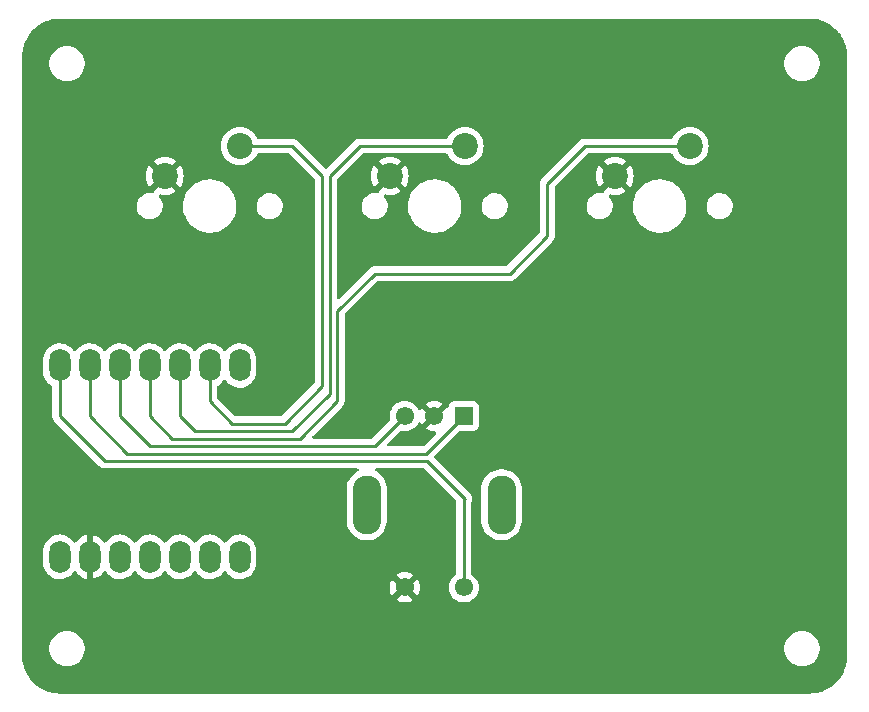
<source format=gbr>
%TF.GenerationSoftware,KiCad,Pcbnew,7.0.7*%
%TF.CreationDate,2023-09-16T11:16:50-05:00*%
%TF.ProjectId,giga_pad,67696761-5f70-4616-942e-6b696361645f,rev?*%
%TF.SameCoordinates,Original*%
%TF.FileFunction,Copper,L2,Bot*%
%TF.FilePolarity,Positive*%
%FSLAX46Y46*%
G04 Gerber Fmt 4.6, Leading zero omitted, Abs format (unit mm)*
G04 Created by KiCad (PCBNEW 7.0.7) date 2023-09-16 11:16:50*
%MOMM*%
%LPD*%
G01*
G04 APERTURE LIST*
G04 Aperture macros list*
%AMRoundRect*
0 Rectangle with rounded corners*
0 $1 Rounding radius*
0 $2 $3 $4 $5 $6 $7 $8 $9 X,Y pos of 4 corners*
0 Add a 4 corners polygon primitive as box body*
4,1,4,$2,$3,$4,$5,$6,$7,$8,$9,$2,$3,0*
0 Add four circle primitives for the rounded corners*
1,1,$1+$1,$2,$3*
1,1,$1+$1,$4,$5*
1,1,$1+$1,$6,$7*
1,1,$1+$1,$8,$9*
0 Add four rect primitives between the rounded corners*
20,1,$1+$1,$2,$3,$4,$5,0*
20,1,$1+$1,$4,$5,$6,$7,0*
20,1,$1+$1,$6,$7,$8,$9,0*
20,1,$1+$1,$8,$9,$2,$3,0*%
G04 Aperture macros list end*
%TA.AperFunction,ComponentPad*%
%ADD10C,2.200000*%
%TD*%
%TA.AperFunction,ComponentPad*%
%ADD11C,1.550000*%
%TD*%
%TA.AperFunction,ComponentPad*%
%ADD12RoundRect,1.200000X0.000000X1.300000X0.000000X1.300000X0.000000X-1.300000X0.000000X-1.300000X0*%
%TD*%
%TA.AperFunction,ComponentPad*%
%ADD13R,1.550000X1.550000*%
%TD*%
%TA.AperFunction,ComponentPad*%
%ADD14O,1.800000X2.750000*%
%TD*%
%TA.AperFunction,Conductor*%
%ADD15C,0.250000*%
%TD*%
G04 APERTURE END LIST*
D10*
%TO.P,SW2,1,1*%
%TO.N,SW_2*%
X124460000Y-47625000D03*
%TO.P,SW2,2,2*%
%TO.N,GND*%
X118110000Y-50165000D03*
%TD*%
%TO.P,SW3,1,1*%
%TO.N,SW_3*%
X105410000Y-47625000D03*
%TO.P,SW3,2,2*%
%TO.N,GND*%
X99060000Y-50165000D03*
%TD*%
%TO.P,SW4,1,1*%
%TO.N,SW_4*%
X86360000Y-47625000D03*
%TO.P,SW4,2,2*%
%TO.N,GND*%
X80010000Y-50165000D03*
%TD*%
D11*
%TO.P,SW1,1,1*%
%TO.N,ROT_SW*%
X105330000Y-84985000D03*
%TO.P,SW1,2,2*%
%TO.N,GND*%
X100330000Y-84985000D03*
D12*
%TO.P,SW1,3*%
%TO.N,N/C*%
X108530000Y-77985000D03*
%TO.P,SW1,4*%
X97130000Y-77985000D03*
D13*
%TO.P,SW1,A,A*%
%TO.N,ROT_A*%
X105330000Y-70485000D03*
D11*
%TO.P,SW1,B,B*%
%TO.N,ROT_B*%
X100330000Y-70485000D03*
%TO.P,SW1,C,C*%
%TO.N,GND*%
X102830000Y-70485000D03*
%TD*%
D14*
%TO.P,U1,1,PA02_A0_D0*%
%TO.N,ROT_SW*%
X71120000Y-66200000D03*
%TO.P,U1,2,PA4_A1_D1*%
%TO.N,ROT_A*%
X73660000Y-66200000D03*
%TO.P,U1,3,PA10_A2_D2*%
%TO.N,ROT_B*%
X76200000Y-66200000D03*
%TO.P,U1,4,PA11_A3_D3*%
%TO.N,SW_2*%
X78740000Y-66200000D03*
%TO.P,U1,5,PA8_A4_D4_SDA*%
%TO.N,SW_3*%
X81280000Y-66200000D03*
%TO.P,U1,6,PA9_A5_D5_SCL*%
%TO.N,SW_4*%
X83820000Y-66200000D03*
%TO.P,U1,7,PB08_A6_D6_TX*%
%TO.N,unconnected-(U1-PB08_A6_D6_TX-Pad7)*%
X86360000Y-66200000D03*
%TO.P,U1,8,PB09_A7_D7_RX*%
%TO.N,unconnected-(U1-PB09_A7_D7_RX-Pad8)*%
X86360000Y-82390000D03*
%TO.P,U1,9,PA7_A8_D8_SCK*%
%TO.N,unconnected-(U1-PA7_A8_D8_SCK-Pad9)*%
X83820000Y-82390000D03*
%TO.P,U1,10,PA5_A9_D9_MISO*%
%TO.N,unconnected-(U1-PA5_A9_D9_MISO-Pad10)*%
X81280000Y-82390000D03*
%TO.P,U1,11,PA6_A10_D10_MOSI*%
%TO.N,unconnected-(U1-PA6_A10_D10_MOSI-Pad11)*%
X78740000Y-82390000D03*
%TO.P,U1,12,3V3*%
%TO.N,unconnected-(U1-3V3-Pad12)*%
X76200000Y-82390000D03*
%TO.P,U1,13,GND*%
%TO.N,GND*%
X73660000Y-82390000D03*
%TO.P,U1,14,5V*%
%TO.N,unconnected-(U1-5V-Pad14)*%
X71120000Y-82390000D03*
%TD*%
D15*
%TO.N,ROT_A*%
X102155000Y-73660000D02*
X105330000Y-70485000D01*
X73660000Y-70485000D02*
X76835000Y-73660000D01*
X76835000Y-73660000D02*
X102155000Y-73660000D01*
X73660000Y-66675000D02*
X73660000Y-70485000D01*
%TO.N,ROT_B*%
X78740000Y-73025000D02*
X97790000Y-73025000D01*
X76200000Y-70485000D02*
X78740000Y-73025000D01*
X97790000Y-73025000D02*
X100330000Y-70485000D01*
X76200000Y-66675000D02*
X76200000Y-70485000D01*
%TO.N,SW_2*%
X94615000Y-69215000D02*
X94615000Y-61595000D01*
X80645000Y-72390000D02*
X91440000Y-72390000D01*
X112395000Y-55245000D02*
X112395000Y-50800000D01*
X91440000Y-72390000D02*
X94615000Y-69215000D01*
X115570000Y-47625000D02*
X124460000Y-47625000D01*
X112395000Y-50800000D02*
X115570000Y-47625000D01*
X78740000Y-70485000D02*
X80645000Y-72390000D01*
X78740000Y-66675000D02*
X78740000Y-70485000D01*
X97790000Y-58420000D02*
X109220000Y-58420000D01*
X109220000Y-58420000D02*
X112395000Y-55245000D01*
X94615000Y-61595000D02*
X97790000Y-58420000D01*
%TO.N,SW_3*%
X81280000Y-66675000D02*
X81280000Y-70485000D01*
X93980000Y-50165000D02*
X96520000Y-47625000D01*
X90805000Y-71755000D02*
X93980000Y-68580000D01*
X81280000Y-70485000D02*
X82550000Y-71755000D01*
X82550000Y-71755000D02*
X90805000Y-71755000D01*
X93980000Y-68580000D02*
X93980000Y-50165000D01*
X96520000Y-47625000D02*
X105410000Y-47625000D01*
%TO.N,SW_4*%
X85725000Y-71120000D02*
X83820000Y-69215000D01*
X83820000Y-69215000D02*
X83820000Y-66675000D01*
X90805000Y-47625000D02*
X93345000Y-50165000D01*
X93345000Y-67945000D02*
X90170000Y-71120000D01*
X86360000Y-47625000D02*
X90805000Y-47625000D01*
X90170000Y-71120000D02*
X85725000Y-71120000D01*
X93345000Y-50165000D02*
X93345000Y-67945000D01*
%TO.N,ROT_SW*%
X74930000Y-74295000D02*
X102235000Y-74295000D01*
X71120000Y-66675000D02*
X71120000Y-70485000D01*
X102235000Y-74295000D02*
X105410000Y-77470000D01*
X105410000Y-77470000D02*
X105330000Y-77550000D01*
X105330000Y-77550000D02*
X105330000Y-84985000D01*
X71120000Y-70485000D02*
X74930000Y-74295000D01*
%TD*%
%TA.AperFunction,Conductor*%
%TO.N,GND*%
G36*
X102352064Y-70711894D02*
G01*
X102407998Y-70753765D01*
X102413039Y-70761025D01*
X102448239Y-70815798D01*
X102512426Y-70871416D01*
X102563602Y-70915759D01*
X102561293Y-70918422D01*
X102596006Y-70958499D01*
X102605935Y-71027660D01*
X102576898Y-71091210D01*
X102570882Y-71097669D01*
X102122476Y-71546074D01*
X102122477Y-71546075D01*
X102190062Y-71593398D01*
X102190064Y-71593399D01*
X102392252Y-71687681D01*
X102392263Y-71687685D01*
X102607751Y-71745425D01*
X102607758Y-71745426D01*
X102829997Y-71764869D01*
X102858314Y-71762392D01*
X102926814Y-71776157D01*
X102976998Y-71824771D01*
X102992933Y-71892800D01*
X102969559Y-71958644D01*
X102956805Y-71973601D01*
X101932228Y-72998181D01*
X101870905Y-73031666D01*
X101844547Y-73034500D01*
X98964452Y-73034500D01*
X98897413Y-73014815D01*
X98851658Y-72962011D01*
X98841714Y-72892853D01*
X98870739Y-72829297D01*
X98876771Y-72822819D01*
X99380756Y-72318834D01*
X99935592Y-71763997D01*
X99996913Y-71730514D01*
X100055364Y-71731905D01*
X100107666Y-71745920D01*
X100274291Y-71760498D01*
X100329999Y-71765372D01*
X100330000Y-71765372D01*
X100330001Y-71765372D01*
X100367055Y-71762130D01*
X100552334Y-71745920D01*
X100767913Y-71688156D01*
X100970186Y-71593835D01*
X101153007Y-71465822D01*
X101310822Y-71308007D01*
X101438835Y-71125186D01*
X101467895Y-71062865D01*
X101514066Y-71010428D01*
X101581259Y-70991276D01*
X101648140Y-71011491D01*
X101692658Y-71062868D01*
X101721600Y-71124936D01*
X101721601Y-71124937D01*
X101768923Y-71192521D01*
X101768924Y-71192522D01*
X102221050Y-70740395D01*
X102282373Y-70706910D01*
X102352064Y-70711894D01*
G37*
%TD.AperFunction*%
%TA.AperFunction,Conductor*%
G36*
X134621620Y-36830584D02*
G01*
X134753351Y-36837488D01*
X134956006Y-36848869D01*
X134962186Y-36849530D01*
X135064042Y-36865663D01*
X135120727Y-36874642D01*
X135253232Y-36897154D01*
X135295876Y-36904400D01*
X135301525Y-36905633D01*
X135461701Y-36948552D01*
X135627734Y-36996386D01*
X135632742Y-36998065D01*
X135788940Y-37058024D01*
X135789689Y-37058312D01*
X135947619Y-37123729D01*
X135952042Y-37125768D01*
X136102931Y-37202649D01*
X136251880Y-37284970D01*
X136255627Y-37287219D01*
X136398351Y-37379905D01*
X136536852Y-37478177D01*
X136539977Y-37480548D01*
X136671463Y-37587024D01*
X136673759Y-37588977D01*
X136799267Y-37701137D01*
X136801795Y-37703527D01*
X136921471Y-37823203D01*
X136923861Y-37825731D01*
X137036021Y-37951239D01*
X137037974Y-37953535D01*
X137144450Y-38085021D01*
X137146829Y-38088157D01*
X137146833Y-38088163D01*
X137245096Y-38226651D01*
X137275277Y-38273125D01*
X137337768Y-38369352D01*
X137340035Y-38373130D01*
X137422349Y-38522066D01*
X137499231Y-38672956D01*
X137501269Y-38677378D01*
X137566687Y-38835310D01*
X137626925Y-38992234D01*
X137628621Y-38997292D01*
X137676456Y-39163334D01*
X137719362Y-39323462D01*
X137720599Y-39329126D01*
X137750357Y-39504272D01*
X137775464Y-39662783D01*
X137776130Y-39669010D01*
X137787517Y-39871758D01*
X137794415Y-40003377D01*
X137794500Y-40006623D01*
X137794500Y-90803376D01*
X137794415Y-90806622D01*
X137787517Y-90938241D01*
X137776130Y-91140988D01*
X137775464Y-91147215D01*
X137750357Y-91305727D01*
X137720599Y-91480872D01*
X137719362Y-91486536D01*
X137676456Y-91646665D01*
X137628620Y-91812706D01*
X137626925Y-91817763D01*
X137566687Y-91974689D01*
X137501269Y-92132620D01*
X137499231Y-92137041D01*
X137422349Y-92287933D01*
X137340035Y-92436868D01*
X137337768Y-92440646D01*
X137245099Y-92583344D01*
X137146833Y-92721836D01*
X137144450Y-92724977D01*
X137037974Y-92856463D01*
X137036021Y-92858759D01*
X136923861Y-92984267D01*
X136921471Y-92986795D01*
X136801795Y-93106471D01*
X136799267Y-93108861D01*
X136673759Y-93221021D01*
X136671463Y-93222974D01*
X136539977Y-93329450D01*
X136536836Y-93331833D01*
X136398344Y-93430099D01*
X136255646Y-93522768D01*
X136251868Y-93525035D01*
X136102933Y-93607349D01*
X135952041Y-93684231D01*
X135947620Y-93686269D01*
X135789689Y-93751687D01*
X135632763Y-93811925D01*
X135627706Y-93813620D01*
X135461665Y-93861456D01*
X135301536Y-93904362D01*
X135295872Y-93905599D01*
X135120727Y-93935357D01*
X134962215Y-93960464D01*
X134955988Y-93961130D01*
X134753242Y-93972517D01*
X134651979Y-93977824D01*
X134621620Y-93979415D01*
X134618377Y-93979500D01*
X71121623Y-93979500D01*
X71118379Y-93979415D01*
X71088020Y-93977824D01*
X70986758Y-93972517D01*
X70784010Y-93961130D01*
X70777783Y-93960464D01*
X70619272Y-93935357D01*
X70444126Y-93905599D01*
X70438462Y-93904362D01*
X70278334Y-93861456D01*
X70112292Y-93813621D01*
X70107234Y-93811925D01*
X69950310Y-93751687D01*
X69792378Y-93686269D01*
X69787956Y-93684231D01*
X69637066Y-93607349D01*
X69488130Y-93525035D01*
X69484352Y-93522768D01*
X69341651Y-93430096D01*
X69203162Y-93331833D01*
X69200021Y-93329450D01*
X69068535Y-93222974D01*
X69066239Y-93221021D01*
X68940731Y-93108861D01*
X68938203Y-93106471D01*
X68818527Y-92986795D01*
X68816137Y-92984267D01*
X68703977Y-92858759D01*
X68702024Y-92856463D01*
X68595548Y-92724977D01*
X68593177Y-92721852D01*
X68494905Y-92583351D01*
X68402219Y-92440627D01*
X68399970Y-92436880D01*
X68317649Y-92287931D01*
X68240768Y-92137042D01*
X68238729Y-92132619D01*
X68173312Y-91974689D01*
X68161746Y-91944559D01*
X68113065Y-91817742D01*
X68111386Y-91812734D01*
X68063552Y-91646701D01*
X68020633Y-91486525D01*
X68019399Y-91480871D01*
X67989642Y-91305727D01*
X67971271Y-91189744D01*
X67964530Y-91147186D01*
X67963869Y-91141006D01*
X67952488Y-90938351D01*
X67945584Y-90806620D01*
X67945500Y-90803378D01*
X67945500Y-90294334D01*
X70254500Y-90294334D01*
X70295429Y-90539616D01*
X70376169Y-90774802D01*
X70376172Y-90774811D01*
X70494524Y-90993506D01*
X70494526Y-90993509D01*
X70647262Y-91189744D01*
X70773253Y-91305727D01*
X70830217Y-91358166D01*
X71038393Y-91494173D01*
X71266118Y-91594063D01*
X71507175Y-91655107D01*
X71507179Y-91655108D01*
X71507181Y-91655108D01*
X71507186Y-91655109D01*
X71640376Y-91666145D01*
X71692933Y-91670500D01*
X71692935Y-91670500D01*
X71817065Y-91670500D01*
X71817067Y-91670500D01*
X71878284Y-91665427D01*
X72002813Y-91655109D01*
X72002816Y-91655108D01*
X72002821Y-91655108D01*
X72243881Y-91594063D01*
X72471607Y-91494173D01*
X72679785Y-91358164D01*
X72862738Y-91189744D01*
X73015474Y-90993509D01*
X73133828Y-90774810D01*
X73214571Y-90539614D01*
X73255500Y-90294335D01*
X73255500Y-90294334D01*
X132484500Y-90294334D01*
X132525429Y-90539616D01*
X132606169Y-90774802D01*
X132606172Y-90774811D01*
X132724524Y-90993506D01*
X132724526Y-90993509D01*
X132877262Y-91189744D01*
X133003253Y-91305727D01*
X133060217Y-91358166D01*
X133268393Y-91494173D01*
X133496118Y-91594063D01*
X133737175Y-91655107D01*
X133737179Y-91655108D01*
X133737181Y-91655108D01*
X133737186Y-91655109D01*
X133870376Y-91666145D01*
X133922933Y-91670500D01*
X133922935Y-91670500D01*
X134047065Y-91670500D01*
X134047067Y-91670500D01*
X134108284Y-91665427D01*
X134232813Y-91655109D01*
X134232816Y-91655108D01*
X134232821Y-91655108D01*
X134473881Y-91594063D01*
X134701607Y-91494173D01*
X134909785Y-91358164D01*
X135092738Y-91189744D01*
X135245474Y-90993509D01*
X135363828Y-90774810D01*
X135444571Y-90539614D01*
X135485500Y-90294335D01*
X135485500Y-90045665D01*
X135444571Y-89800386D01*
X135363828Y-89565190D01*
X135245474Y-89346491D01*
X135092738Y-89150256D01*
X134909785Y-88981836D01*
X134909782Y-88981833D01*
X134701606Y-88845826D01*
X134473881Y-88745936D01*
X134232824Y-88684892D01*
X134232813Y-88684890D01*
X134067548Y-88671197D01*
X134047067Y-88669500D01*
X133922933Y-88669500D01*
X133903521Y-88671108D01*
X133737186Y-88684890D01*
X133737175Y-88684892D01*
X133496118Y-88745936D01*
X133268393Y-88845826D01*
X133060217Y-88981833D01*
X132877261Y-89150257D01*
X132724524Y-89346493D01*
X132606172Y-89565188D01*
X132606169Y-89565197D01*
X132525429Y-89800383D01*
X132484500Y-90045665D01*
X132484500Y-90294334D01*
X73255500Y-90294334D01*
X73255500Y-90045665D01*
X73214571Y-89800386D01*
X73133828Y-89565190D01*
X73015474Y-89346491D01*
X72862738Y-89150256D01*
X72679785Y-88981836D01*
X72679782Y-88981833D01*
X72471606Y-88845826D01*
X72243881Y-88745936D01*
X72002824Y-88684892D01*
X72002813Y-88684890D01*
X71837548Y-88671197D01*
X71817067Y-88669500D01*
X71692933Y-88669500D01*
X71673521Y-88671108D01*
X71507186Y-88684890D01*
X71507175Y-88684892D01*
X71266118Y-88745936D01*
X71038393Y-88845826D01*
X70830217Y-88981833D01*
X70647261Y-89150257D01*
X70494524Y-89346493D01*
X70376172Y-89565188D01*
X70376169Y-89565197D01*
X70295429Y-89800383D01*
X70254500Y-90045665D01*
X70254500Y-90294334D01*
X67945500Y-90294334D01*
X67945500Y-84985001D01*
X99050130Y-84985001D01*
X99069573Y-85207241D01*
X99069574Y-85207248D01*
X99127314Y-85422736D01*
X99127318Y-85422747D01*
X99221600Y-85624935D01*
X99221601Y-85624937D01*
X99268923Y-85692521D01*
X99268924Y-85692522D01*
X99721050Y-85240395D01*
X99782373Y-85206910D01*
X99852064Y-85211894D01*
X99907998Y-85253765D01*
X99913039Y-85261025D01*
X99913048Y-85261039D01*
X99948239Y-85315798D01*
X100063602Y-85415759D01*
X100061293Y-85418422D01*
X100096006Y-85458499D01*
X100105935Y-85527660D01*
X100076898Y-85591210D01*
X100070882Y-85597669D01*
X99622476Y-86046074D01*
X99622477Y-86046075D01*
X99690062Y-86093398D01*
X99690064Y-86093399D01*
X99892252Y-86187681D01*
X99892263Y-86187685D01*
X100107751Y-86245425D01*
X100107758Y-86245426D01*
X100329998Y-86264870D01*
X100330002Y-86264870D01*
X100552241Y-86245426D01*
X100552248Y-86245425D01*
X100767736Y-86187685D01*
X100767747Y-86187681D01*
X100969931Y-86093401D01*
X100969933Y-86093400D01*
X101037522Y-86046074D01*
X100589116Y-85597669D01*
X100555631Y-85536346D01*
X100560615Y-85466655D01*
X100597640Y-85417193D01*
X100596398Y-85415759D01*
X100603100Y-85409952D01*
X100711761Y-85315798D01*
X100746954Y-85261037D01*
X100799755Y-85215283D01*
X100868914Y-85205339D01*
X100932470Y-85234363D01*
X100938949Y-85240396D01*
X101391074Y-85692522D01*
X101438400Y-85624933D01*
X101438401Y-85624931D01*
X101532681Y-85422747D01*
X101532685Y-85422736D01*
X101590425Y-85207248D01*
X101590426Y-85207241D01*
X101609870Y-84985001D01*
X101609870Y-84984998D01*
X101590426Y-84762758D01*
X101590425Y-84762751D01*
X101532685Y-84547263D01*
X101532681Y-84547252D01*
X101438399Y-84345064D01*
X101438398Y-84345062D01*
X101391075Y-84277477D01*
X101391074Y-84277476D01*
X100938949Y-84729602D01*
X100877626Y-84763087D01*
X100807934Y-84758103D01*
X100752001Y-84716231D01*
X100746953Y-84708961D01*
X100711761Y-84654202D01*
X100596398Y-84554241D01*
X100598708Y-84551574D01*
X100564005Y-84511528D01*
X100554058Y-84442370D01*
X100583080Y-84378813D01*
X100589116Y-84372330D01*
X101037522Y-83923924D01*
X101037521Y-83923923D01*
X100969937Y-83876601D01*
X100969935Y-83876600D01*
X100767747Y-83782318D01*
X100767736Y-83782314D01*
X100552248Y-83724574D01*
X100552241Y-83724573D01*
X100330002Y-83705130D01*
X100329998Y-83705130D01*
X100107758Y-83724573D01*
X100107751Y-83724574D01*
X99892263Y-83782314D01*
X99892252Y-83782318D01*
X99690066Y-83876598D01*
X99622477Y-83923924D01*
X100070883Y-84372330D01*
X100104368Y-84433653D01*
X100099384Y-84503345D01*
X100062357Y-84552805D01*
X100063602Y-84554241D01*
X99948238Y-84654202D01*
X99913046Y-84708962D01*
X99860242Y-84754717D01*
X99791083Y-84764660D01*
X99727528Y-84735634D01*
X99721050Y-84729603D01*
X99268924Y-84277477D01*
X99221598Y-84345066D01*
X99127318Y-84547252D01*
X99127314Y-84547263D01*
X99069574Y-84762751D01*
X99069573Y-84762758D01*
X99050130Y-84984998D01*
X99050130Y-84985001D01*
X67945500Y-84985001D01*
X67945500Y-82924502D01*
X69719500Y-82924502D01*
X69734652Y-83102536D01*
X69794724Y-83333248D01*
X69892919Y-83550480D01*
X69892924Y-83550488D01*
X70026413Y-83747993D01*
X70026418Y-83747998D01*
X70026421Y-83748003D01*
X70191379Y-83920118D01*
X70383053Y-84061879D01*
X70595926Y-84169207D01*
X70823877Y-84239016D01*
X71060346Y-84269298D01*
X71298532Y-84259180D01*
X71531581Y-84208954D01*
X71752790Y-84120064D01*
X71955795Y-83995069D01*
X72134755Y-83837564D01*
X72284523Y-83652080D01*
X72284798Y-83651586D01*
X72284971Y-83651416D01*
X72287472Y-83647717D01*
X72288224Y-83648225D01*
X72334672Y-83602656D01*
X72403084Y-83588456D01*
X72468312Y-83613497D01*
X72495793Y-83642612D01*
X72566815Y-83747692D01*
X72731706Y-83919736D01*
X72923316Y-84061450D01*
X73136115Y-84168741D01*
X73363987Y-84238526D01*
X73363985Y-84238526D01*
X73410000Y-84244418D01*
X73410000Y-82527301D01*
X73429685Y-82460262D01*
X73482489Y-82414507D01*
X73551647Y-82404563D01*
X73624237Y-82415000D01*
X73624238Y-82415000D01*
X73695762Y-82415000D01*
X73695763Y-82415000D01*
X73768353Y-82404563D01*
X73837512Y-82414507D01*
X73890315Y-82460262D01*
X73910000Y-82527301D01*
X73910000Y-84243264D01*
X74071434Y-84208473D01*
X74292562Y-84119616D01*
X74495494Y-83994666D01*
X74674389Y-83837219D01*
X74674396Y-83837213D01*
X74824102Y-83651805D01*
X74824104Y-83651803D01*
X74824210Y-83651614D01*
X74824275Y-83651549D01*
X74827056Y-83647436D01*
X74827892Y-83648001D01*
X74874084Y-83602682D01*
X74942495Y-83588481D01*
X75007724Y-83613520D01*
X75035206Y-83642638D01*
X75106413Y-83747992D01*
X75106414Y-83747993D01*
X75106421Y-83748003D01*
X75271379Y-83920118D01*
X75463053Y-84061879D01*
X75675926Y-84169207D01*
X75903877Y-84239016D01*
X76140346Y-84269298D01*
X76378532Y-84259180D01*
X76611581Y-84208954D01*
X76832790Y-84120064D01*
X77035795Y-83995069D01*
X77214755Y-83837564D01*
X77364523Y-83652080D01*
X77364529Y-83652070D01*
X77367472Y-83647717D01*
X77368357Y-83648315D01*
X77414401Y-83603144D01*
X77482813Y-83588945D01*
X77548041Y-83613987D01*
X77575520Y-83643102D01*
X77646413Y-83747993D01*
X77646418Y-83747998D01*
X77646421Y-83748003D01*
X77811379Y-83920118D01*
X78003053Y-84061879D01*
X78215926Y-84169207D01*
X78443877Y-84239016D01*
X78680346Y-84269298D01*
X78918532Y-84259180D01*
X79151581Y-84208954D01*
X79372790Y-84120064D01*
X79575795Y-83995069D01*
X79754755Y-83837564D01*
X79904523Y-83652080D01*
X79904529Y-83652070D01*
X79907472Y-83647717D01*
X79908357Y-83648315D01*
X79954401Y-83603144D01*
X80022813Y-83588945D01*
X80088041Y-83613987D01*
X80115520Y-83643102D01*
X80186413Y-83747993D01*
X80186418Y-83747998D01*
X80186421Y-83748003D01*
X80351379Y-83920118D01*
X80543053Y-84061879D01*
X80755926Y-84169207D01*
X80983877Y-84239016D01*
X81220346Y-84269298D01*
X81458532Y-84259180D01*
X81691581Y-84208954D01*
X81912790Y-84120064D01*
X82115795Y-83995069D01*
X82294755Y-83837564D01*
X82444523Y-83652080D01*
X82444529Y-83652070D01*
X82447472Y-83647717D01*
X82448357Y-83648315D01*
X82494401Y-83603144D01*
X82562813Y-83588945D01*
X82628041Y-83613987D01*
X82655520Y-83643102D01*
X82726413Y-83747993D01*
X82726418Y-83747998D01*
X82726421Y-83748003D01*
X82891379Y-83920118D01*
X83083053Y-84061879D01*
X83295926Y-84169207D01*
X83523877Y-84239016D01*
X83760346Y-84269298D01*
X83998532Y-84259180D01*
X84231581Y-84208954D01*
X84452790Y-84120064D01*
X84655795Y-83995069D01*
X84834755Y-83837564D01*
X84984523Y-83652080D01*
X84984529Y-83652070D01*
X84987472Y-83647717D01*
X84988357Y-83648315D01*
X85034401Y-83603144D01*
X85102813Y-83588945D01*
X85168041Y-83613987D01*
X85195520Y-83643102D01*
X85266413Y-83747993D01*
X85266418Y-83747998D01*
X85266421Y-83748003D01*
X85431379Y-83920118D01*
X85623053Y-84061879D01*
X85835926Y-84169207D01*
X86063877Y-84239016D01*
X86300346Y-84269298D01*
X86538532Y-84259180D01*
X86771581Y-84208954D01*
X86992790Y-84120064D01*
X87195795Y-83995069D01*
X87374755Y-83837564D01*
X87524523Y-83652080D01*
X87640790Y-83443954D01*
X87720211Y-83219171D01*
X87740210Y-83102536D01*
X87760499Y-82984209D01*
X87760499Y-82984205D01*
X87760500Y-82984200D01*
X87760500Y-81855503D01*
X87754045Y-81779669D01*
X87745347Y-81677463D01*
X87685275Y-81446751D01*
X87587080Y-81229519D01*
X87587075Y-81229511D01*
X87453586Y-81032006D01*
X87453582Y-81032001D01*
X87453579Y-81031997D01*
X87288621Y-80859882D01*
X87281149Y-80854356D01*
X87187824Y-80785333D01*
X87096947Y-80718121D01*
X86884074Y-80610793D01*
X86754283Y-80571045D01*
X86656121Y-80540983D01*
X86419647Y-80510701D01*
X86181471Y-80520819D01*
X86181467Y-80520819D01*
X85948419Y-80571045D01*
X85727211Y-80659935D01*
X85524203Y-80784932D01*
X85345245Y-80942435D01*
X85195471Y-81127928D01*
X85195458Y-81127952D01*
X85195449Y-81127960D01*
X85192522Y-81132291D01*
X85191640Y-81131695D01*
X85145570Y-81176870D01*
X85077154Y-81191051D01*
X85011933Y-81165993D01*
X84984479Y-81136897D01*
X84913586Y-81032006D01*
X84913582Y-81032001D01*
X84913579Y-81031997D01*
X84748621Y-80859882D01*
X84741149Y-80854356D01*
X84647824Y-80785333D01*
X84556947Y-80718121D01*
X84344074Y-80610793D01*
X84214283Y-80571045D01*
X84116121Y-80540983D01*
X83879647Y-80510701D01*
X83641471Y-80520819D01*
X83641467Y-80520819D01*
X83408419Y-80571045D01*
X83187211Y-80659935D01*
X82984203Y-80784932D01*
X82805245Y-80942435D01*
X82655471Y-81127928D01*
X82655458Y-81127952D01*
X82655449Y-81127960D01*
X82652522Y-81132291D01*
X82651640Y-81131695D01*
X82605570Y-81176870D01*
X82537154Y-81191051D01*
X82471933Y-81165993D01*
X82444479Y-81136897D01*
X82373586Y-81032006D01*
X82373582Y-81032001D01*
X82373579Y-81031997D01*
X82208621Y-80859882D01*
X82201149Y-80854356D01*
X82107824Y-80785333D01*
X82016947Y-80718121D01*
X81804074Y-80610793D01*
X81674283Y-80571045D01*
X81576121Y-80540983D01*
X81339647Y-80510701D01*
X81101471Y-80520819D01*
X81101467Y-80520819D01*
X80868419Y-80571045D01*
X80647211Y-80659935D01*
X80444203Y-80784932D01*
X80265245Y-80942435D01*
X80115471Y-81127928D01*
X80115458Y-81127952D01*
X80115449Y-81127960D01*
X80112522Y-81132291D01*
X80111640Y-81131695D01*
X80065570Y-81176870D01*
X79997154Y-81191051D01*
X79931933Y-81165993D01*
X79904479Y-81136897D01*
X79833586Y-81032006D01*
X79833582Y-81032001D01*
X79833579Y-81031997D01*
X79668621Y-80859882D01*
X79661149Y-80854356D01*
X79567824Y-80785333D01*
X79476947Y-80718121D01*
X79264074Y-80610793D01*
X79134283Y-80571045D01*
X79036121Y-80540983D01*
X78799647Y-80510701D01*
X78561471Y-80520819D01*
X78561467Y-80520819D01*
X78328419Y-80571045D01*
X78107211Y-80659935D01*
X77904203Y-80784932D01*
X77725245Y-80942435D01*
X77575471Y-81127928D01*
X77575458Y-81127952D01*
X77575449Y-81127960D01*
X77572522Y-81132291D01*
X77571640Y-81131695D01*
X77525570Y-81176870D01*
X77457154Y-81191051D01*
X77391933Y-81165993D01*
X77364479Y-81136897D01*
X77293586Y-81032006D01*
X77293582Y-81032001D01*
X77293579Y-81031997D01*
X77128621Y-80859882D01*
X77121149Y-80854356D01*
X77027824Y-80785333D01*
X76936947Y-80718121D01*
X76724074Y-80610793D01*
X76594283Y-80571045D01*
X76496121Y-80540983D01*
X76259647Y-80510701D01*
X76021471Y-80520819D01*
X76021467Y-80520819D01*
X75788419Y-80571045D01*
X75567211Y-80659935D01*
X75364203Y-80784932D01*
X75185245Y-80942435D01*
X75035471Y-81127928D01*
X75035187Y-81128437D01*
X75035009Y-81128610D01*
X75032522Y-81132291D01*
X75031773Y-81131784D01*
X74985301Y-81177357D01*
X74916886Y-81191541D01*
X74851664Y-81166485D01*
X74824206Y-81137386D01*
X74753187Y-81032311D01*
X74753185Y-81032309D01*
X74588293Y-80860263D01*
X74396683Y-80718549D01*
X74183884Y-80611257D01*
X73956013Y-80541473D01*
X73956016Y-80541473D01*
X73909999Y-80535581D01*
X73909999Y-81302698D01*
X73890314Y-81369737D01*
X73837510Y-81415492D01*
X73768353Y-81425436D01*
X73695764Y-81415000D01*
X73695763Y-81415000D01*
X73624237Y-81415000D01*
X73624233Y-81415000D01*
X73551645Y-81425436D01*
X73482487Y-81415492D01*
X73429684Y-81369736D01*
X73410000Y-81302698D01*
X73410000Y-80536734D01*
X73409999Y-80536734D01*
X73248566Y-80571525D01*
X73027437Y-80660383D01*
X72824505Y-80785333D01*
X72645610Y-80942780D01*
X72495893Y-81128201D01*
X72495885Y-81128213D01*
X72495770Y-81128420D01*
X72495698Y-81128490D01*
X72492945Y-81132564D01*
X72492115Y-81132003D01*
X72445881Y-81177337D01*
X72377465Y-81191516D01*
X72312244Y-81166456D01*
X72284793Y-81137362D01*
X72213579Y-81031997D01*
X72048621Y-80859882D01*
X72041149Y-80854356D01*
X71947824Y-80785333D01*
X71856947Y-80718121D01*
X71644074Y-80610793D01*
X71514283Y-80571045D01*
X71416121Y-80540983D01*
X71179647Y-80510701D01*
X70941471Y-80520819D01*
X70941467Y-80520819D01*
X70708419Y-80571045D01*
X70487211Y-80659935D01*
X70284203Y-80784932D01*
X70105245Y-80942435D01*
X70032676Y-81032311D01*
X69955477Y-81127920D01*
X69953196Y-81132003D01*
X69839210Y-81336044D01*
X69759788Y-81560829D01*
X69719500Y-81795790D01*
X69719500Y-82924502D01*
X67945500Y-82924502D01*
X67945500Y-66734502D01*
X69719500Y-66734502D01*
X69734652Y-66912536D01*
X69794724Y-67143248D01*
X69892919Y-67360480D01*
X69892924Y-67360488D01*
X70026413Y-67557993D01*
X70026418Y-67557998D01*
X70026421Y-67558003D01*
X70191379Y-67730118D01*
X70383053Y-67871879D01*
X70383057Y-67871881D01*
X70383060Y-67871883D01*
X70426324Y-67893696D01*
X70477324Y-67941454D01*
X70494500Y-68004419D01*
X70494500Y-70402255D01*
X70492775Y-70417872D01*
X70493061Y-70417899D01*
X70492326Y-70425665D01*
X70494500Y-70494814D01*
X70494500Y-70524343D01*
X70494501Y-70524360D01*
X70495368Y-70531231D01*
X70495826Y-70537050D01*
X70497290Y-70583624D01*
X70497291Y-70583627D01*
X70502880Y-70602867D01*
X70506824Y-70621911D01*
X70509336Y-70641791D01*
X70526490Y-70685119D01*
X70528382Y-70690647D01*
X70541381Y-70735388D01*
X70551580Y-70752634D01*
X70560136Y-70770100D01*
X70567514Y-70788732D01*
X70587178Y-70815798D01*
X70594898Y-70826423D01*
X70598106Y-70831307D01*
X70621827Y-70871416D01*
X70621833Y-70871424D01*
X70635990Y-70885580D01*
X70648628Y-70900376D01*
X70660405Y-70916586D01*
X70660406Y-70916587D01*
X70696309Y-70946288D01*
X70700620Y-70950210D01*
X72573229Y-72822819D01*
X74429194Y-74678784D01*
X74439019Y-74691048D01*
X74439240Y-74690866D01*
X74444210Y-74696873D01*
X74444213Y-74696876D01*
X74444214Y-74696877D01*
X74494651Y-74744241D01*
X74515530Y-74765120D01*
X74521004Y-74769366D01*
X74525442Y-74773156D01*
X74559418Y-74805062D01*
X74559422Y-74805064D01*
X74576973Y-74814713D01*
X74593231Y-74825392D01*
X74609064Y-74837674D01*
X74631015Y-74847172D01*
X74651837Y-74856183D01*
X74657081Y-74858752D01*
X74697908Y-74881197D01*
X74717312Y-74886179D01*
X74735710Y-74892478D01*
X74754105Y-74900438D01*
X74800129Y-74907726D01*
X74805832Y-74908907D01*
X74850981Y-74920500D01*
X74871016Y-74920500D01*
X74890413Y-74922026D01*
X74910196Y-74925160D01*
X74956583Y-74920775D01*
X74962422Y-74920500D01*
X96330197Y-74920500D01*
X96397236Y-74940185D01*
X96442991Y-74992989D01*
X96452935Y-75062147D01*
X96423910Y-75125703D01*
X96387336Y-75154550D01*
X96230534Y-75235963D01*
X96230530Y-75235965D01*
X96019886Y-75390244D01*
X96019881Y-75390248D01*
X95835248Y-75574881D01*
X95835244Y-75574886D01*
X95680966Y-75785529D01*
X95560643Y-76017270D01*
X95477107Y-76264655D01*
X95477107Y-76264656D01*
X95477107Y-76264657D01*
X95432313Y-76521896D01*
X95429500Y-76580590D01*
X95429500Y-79389410D01*
X95432313Y-79448104D01*
X95477107Y-79705343D01*
X95560643Y-79952730D01*
X95665450Y-80154587D01*
X95680966Y-80184470D01*
X95835244Y-80395113D01*
X95835248Y-80395118D01*
X96019881Y-80579751D01*
X96019886Y-80579755D01*
X96230529Y-80734033D01*
X96230532Y-80734034D01*
X96230534Y-80734036D01*
X96462270Y-80854357D01*
X96709657Y-80937893D01*
X96966896Y-80982687D01*
X97020867Y-80985273D01*
X97025588Y-80985500D01*
X97025590Y-80985500D01*
X97234412Y-80985500D01*
X97238950Y-80985282D01*
X97293104Y-80982687D01*
X97550343Y-80937893D01*
X97797730Y-80854357D01*
X98029466Y-80734036D01*
X98240119Y-80579751D01*
X98424751Y-80395119D01*
X98579036Y-80184466D01*
X98699357Y-79952730D01*
X98782893Y-79705343D01*
X98827687Y-79448104D01*
X98830500Y-79389410D01*
X98830500Y-76580590D01*
X98827687Y-76521896D01*
X98782893Y-76264657D01*
X98699357Y-76017270D01*
X98579036Y-75785534D01*
X98579034Y-75785532D01*
X98579033Y-75785529D01*
X98424755Y-75574886D01*
X98424751Y-75574881D01*
X98240118Y-75390248D01*
X98240113Y-75390244D01*
X98029469Y-75235965D01*
X98029465Y-75235963D01*
X97872664Y-75154550D01*
X97822237Y-75106188D01*
X97805961Y-75038241D01*
X97829005Y-74972280D01*
X97884051Y-74929249D01*
X97929803Y-74920500D01*
X101924548Y-74920500D01*
X101991587Y-74940185D01*
X102012229Y-74956819D01*
X104668181Y-77612771D01*
X104701666Y-77674094D01*
X104704500Y-77700452D01*
X104704500Y-83801331D01*
X104684815Y-83868370D01*
X104651624Y-83902905D01*
X104506992Y-84004178D01*
X104349182Y-84161988D01*
X104349179Y-84161991D01*
X104349178Y-84161993D01*
X104281127Y-84259180D01*
X104221165Y-84344814D01*
X104126845Y-84547085D01*
X104126841Y-84547094D01*
X104069081Y-84762660D01*
X104069079Y-84762670D01*
X104049628Y-84984999D01*
X104049628Y-84985000D01*
X104069079Y-85207329D01*
X104069081Y-85207339D01*
X104126841Y-85422905D01*
X104126843Y-85422909D01*
X104126844Y-85422913D01*
X104221165Y-85625186D01*
X104349178Y-85808007D01*
X104506993Y-85965822D01*
X104689814Y-86093835D01*
X104892087Y-86188156D01*
X105107666Y-86245920D01*
X105285533Y-86261481D01*
X105329999Y-86265372D01*
X105330000Y-86265372D01*
X105330001Y-86265372D01*
X105367055Y-86262130D01*
X105552334Y-86245920D01*
X105767913Y-86188156D01*
X105970186Y-86093835D01*
X106153007Y-85965822D01*
X106310822Y-85808007D01*
X106438835Y-85625186D01*
X106533156Y-85422913D01*
X106590920Y-85207334D01*
X106610372Y-84985000D01*
X106590920Y-84762666D01*
X106533156Y-84547087D01*
X106438835Y-84344814D01*
X106310822Y-84161993D01*
X106153007Y-84004178D01*
X106139995Y-83995067D01*
X106008376Y-83902905D01*
X105964751Y-83848328D01*
X105955500Y-83801331D01*
X105955500Y-79389410D01*
X106829500Y-79389410D01*
X106832313Y-79448104D01*
X106877107Y-79705343D01*
X106960643Y-79952730D01*
X107065450Y-80154587D01*
X107080966Y-80184470D01*
X107235244Y-80395113D01*
X107235248Y-80395118D01*
X107419881Y-80579751D01*
X107419886Y-80579755D01*
X107630529Y-80734033D01*
X107630532Y-80734034D01*
X107630534Y-80734036D01*
X107862270Y-80854357D01*
X108109657Y-80937893D01*
X108366896Y-80982687D01*
X108420867Y-80985273D01*
X108425588Y-80985500D01*
X108425590Y-80985500D01*
X108634412Y-80985500D01*
X108638950Y-80985282D01*
X108693104Y-80982687D01*
X108950343Y-80937893D01*
X109197730Y-80854357D01*
X109429466Y-80734036D01*
X109640119Y-80579751D01*
X109824751Y-80395119D01*
X109979036Y-80184466D01*
X110099357Y-79952730D01*
X110182893Y-79705343D01*
X110227687Y-79448104D01*
X110230500Y-79389410D01*
X110230500Y-76580590D01*
X110227687Y-76521896D01*
X110182893Y-76264657D01*
X110099357Y-76017270D01*
X109979036Y-75785534D01*
X109979034Y-75785532D01*
X109979033Y-75785529D01*
X109824755Y-75574886D01*
X109824751Y-75574881D01*
X109640118Y-75390248D01*
X109640113Y-75390244D01*
X109429470Y-75235966D01*
X109272664Y-75154550D01*
X109197730Y-75115643D01*
X108950343Y-75032107D01*
X108693104Y-74987313D01*
X108657887Y-74985625D01*
X108634412Y-74984500D01*
X108634410Y-74984500D01*
X108425590Y-74984500D01*
X108425588Y-74984500D01*
X108396243Y-74985906D01*
X108366896Y-74987313D01*
X108195403Y-75017175D01*
X108109656Y-75032107D01*
X108109655Y-75032107D01*
X107862270Y-75115643D01*
X107630529Y-75235966D01*
X107419886Y-75390244D01*
X107419881Y-75390248D01*
X107235248Y-75574881D01*
X107235244Y-75574886D01*
X107080966Y-75785529D01*
X106960643Y-76017270D01*
X106877107Y-76264655D01*
X106877107Y-76264656D01*
X106877107Y-76264657D01*
X106832313Y-76521896D01*
X106829500Y-76580590D01*
X106829500Y-79389410D01*
X105955500Y-79389410D01*
X105955500Y-77810082D01*
X105965698Y-77760837D01*
X105975480Y-77738232D01*
X105977131Y-77734721D01*
X106003197Y-77683565D01*
X106004978Y-77675592D01*
X106012190Y-77653397D01*
X106015437Y-77645896D01*
X106024424Y-77589152D01*
X106025148Y-77585360D01*
X106037671Y-77529336D01*
X106037672Y-77529333D01*
X106037415Y-77521170D01*
X106038882Y-77497871D01*
X106040160Y-77489804D01*
X106034755Y-77432634D01*
X106034512Y-77428770D01*
X106032709Y-77371373D01*
X106030428Y-77363523D01*
X106026055Y-77340601D01*
X106025287Y-77332467D01*
X106005840Y-77278450D01*
X106004636Y-77274745D01*
X105988618Y-77219610D01*
X105984459Y-77212577D01*
X105974523Y-77191463D01*
X105971754Y-77183773D01*
X105971754Y-77183772D01*
X105939481Y-77136284D01*
X105937393Y-77132994D01*
X105908171Y-77083582D01*
X105908170Y-77083580D01*
X105902397Y-77077807D01*
X105887521Y-77059826D01*
X105882924Y-77053062D01*
X105882920Y-77053058D01*
X105882919Y-77053057D01*
X105839844Y-77015082D01*
X105837020Y-77012430D01*
X102849768Y-74025177D01*
X102816285Y-73963857D01*
X102821269Y-73894165D01*
X102849768Y-73849820D01*
X104902771Y-71796817D01*
X104964094Y-71763333D01*
X104990452Y-71760499D01*
X106152871Y-71760499D01*
X106152872Y-71760499D01*
X106212483Y-71754091D01*
X106347331Y-71703796D01*
X106462546Y-71617546D01*
X106548796Y-71502331D01*
X106599091Y-71367483D01*
X106605500Y-71307873D01*
X106605499Y-69662128D01*
X106599091Y-69602517D01*
X106598683Y-69601424D01*
X106548797Y-69467671D01*
X106548793Y-69467664D01*
X106462547Y-69352455D01*
X106462544Y-69352452D01*
X106347335Y-69266206D01*
X106347328Y-69266202D01*
X106212482Y-69215908D01*
X106212483Y-69215908D01*
X106152883Y-69209501D01*
X106152881Y-69209500D01*
X106152873Y-69209500D01*
X106152864Y-69209500D01*
X104507129Y-69209500D01*
X104507123Y-69209501D01*
X104447516Y-69215908D01*
X104312671Y-69266202D01*
X104312664Y-69266206D01*
X104197455Y-69352452D01*
X104197452Y-69352455D01*
X104111206Y-69467664D01*
X104111202Y-69467671D01*
X104060908Y-69602517D01*
X104054500Y-69662125D01*
X104054446Y-69663130D01*
X104054368Y-69663349D01*
X104054145Y-69665428D01*
X104053653Y-69665375D01*
X104031185Y-69729014D01*
X103975997Y-69771864D01*
X103919818Y-69779991D01*
X103891074Y-69777476D01*
X103438949Y-70229602D01*
X103377626Y-70263087D01*
X103307934Y-70258103D01*
X103252001Y-70216231D01*
X103246953Y-70208961D01*
X103211761Y-70154202D01*
X103096398Y-70054241D01*
X103098708Y-70051574D01*
X103064005Y-70011528D01*
X103054058Y-69942370D01*
X103083080Y-69878813D01*
X103089116Y-69872330D01*
X103537522Y-69423924D01*
X103537521Y-69423923D01*
X103469937Y-69376601D01*
X103469935Y-69376600D01*
X103267747Y-69282318D01*
X103267736Y-69282314D01*
X103052248Y-69224574D01*
X103052241Y-69224573D01*
X102830002Y-69205130D01*
X102829998Y-69205130D01*
X102607758Y-69224573D01*
X102607751Y-69224574D01*
X102392263Y-69282314D01*
X102392252Y-69282318D01*
X102190066Y-69376598D01*
X102122477Y-69423924D01*
X102570883Y-69872330D01*
X102604368Y-69933653D01*
X102599384Y-70003345D01*
X102562357Y-70052805D01*
X102563602Y-70054241D01*
X102448238Y-70154202D01*
X102413046Y-70208962D01*
X102360242Y-70254717D01*
X102291083Y-70264660D01*
X102227528Y-70235634D01*
X102221050Y-70229603D01*
X101768924Y-69777477D01*
X101721600Y-69845065D01*
X101692658Y-69907132D01*
X101646486Y-69959571D01*
X101579292Y-69978723D01*
X101512411Y-69958507D01*
X101467894Y-69907132D01*
X101438835Y-69844814D01*
X101310822Y-69661993D01*
X101153007Y-69504178D01*
X100970186Y-69376165D01*
X100767913Y-69281844D01*
X100767909Y-69281843D01*
X100767905Y-69281841D01*
X100552339Y-69224081D01*
X100552329Y-69224079D01*
X100330001Y-69204628D01*
X100329999Y-69204628D01*
X100107670Y-69224079D01*
X100107660Y-69224081D01*
X99892094Y-69281841D01*
X99892087Y-69281843D01*
X99892087Y-69281844D01*
X99689814Y-69376165D01*
X99506993Y-69504178D01*
X99506991Y-69504179D01*
X99506988Y-69504182D01*
X99349182Y-69661988D01*
X99349179Y-69661991D01*
X99349178Y-69661993D01*
X99272245Y-69771864D01*
X99221165Y-69844814D01*
X99126845Y-70047085D01*
X99126841Y-70047094D01*
X99069081Y-70262660D01*
X99069079Y-70262670D01*
X99049628Y-70484999D01*
X99049628Y-70485000D01*
X99069080Y-70707335D01*
X99069080Y-70707336D01*
X99083093Y-70759636D01*
X99081429Y-70829485D01*
X99050999Y-70879408D01*
X97567228Y-72363181D01*
X97505905Y-72396666D01*
X97479547Y-72399500D01*
X92614452Y-72399500D01*
X92547413Y-72379815D01*
X92501658Y-72327011D01*
X92491714Y-72257853D01*
X92520739Y-72194297D01*
X92526771Y-72187819D01*
X93756091Y-70958499D01*
X94998788Y-69715801D01*
X95011042Y-69705986D01*
X95010859Y-69705764D01*
X95016866Y-69700792D01*
X95016877Y-69700786D01*
X95050130Y-69665375D01*
X95064227Y-69650364D01*
X95074671Y-69639918D01*
X95085120Y-69629471D01*
X95089379Y-69623978D01*
X95093152Y-69619561D01*
X95125062Y-69585582D01*
X95134715Y-69568020D01*
X95145389Y-69551770D01*
X95157673Y-69535936D01*
X95176180Y-69493167D01*
X95178749Y-69487924D01*
X95201196Y-69447093D01*
X95201197Y-69447092D01*
X95206177Y-69427691D01*
X95212478Y-69409288D01*
X95220438Y-69390896D01*
X95227730Y-69344849D01*
X95228911Y-69339152D01*
X95230527Y-69332858D01*
X95240500Y-69294019D01*
X95240500Y-69273983D01*
X95242027Y-69254582D01*
X95245160Y-69234804D01*
X95240775Y-69188415D01*
X95240500Y-69182577D01*
X95240500Y-61905452D01*
X95260185Y-61838413D01*
X95276819Y-61817771D01*
X98012772Y-59081819D01*
X98074095Y-59048334D01*
X98100453Y-59045500D01*
X109137257Y-59045500D01*
X109152877Y-59047224D01*
X109152904Y-59046939D01*
X109160660Y-59047671D01*
X109160667Y-59047673D01*
X109229814Y-59045500D01*
X109259350Y-59045500D01*
X109266228Y-59044630D01*
X109272041Y-59044172D01*
X109318627Y-59042709D01*
X109337869Y-59037117D01*
X109356912Y-59033174D01*
X109376792Y-59030664D01*
X109420122Y-59013507D01*
X109425646Y-59011617D01*
X109429396Y-59010527D01*
X109470390Y-58998618D01*
X109487629Y-58988422D01*
X109505103Y-58979862D01*
X109523727Y-58972488D01*
X109523727Y-58972487D01*
X109523732Y-58972486D01*
X109561449Y-58945082D01*
X109566305Y-58941892D01*
X109606420Y-58918170D01*
X109620589Y-58903999D01*
X109635379Y-58891368D01*
X109651587Y-58879594D01*
X109681299Y-58843676D01*
X109685212Y-58839376D01*
X112778788Y-55745801D01*
X112791042Y-55735986D01*
X112790859Y-55735764D01*
X112796866Y-55730792D01*
X112796877Y-55730786D01*
X112827775Y-55697882D01*
X112844227Y-55680364D01*
X112854671Y-55669918D01*
X112865120Y-55659471D01*
X112869379Y-55653978D01*
X112873152Y-55649561D01*
X112905062Y-55615582D01*
X112914715Y-55598020D01*
X112925389Y-55581770D01*
X112937673Y-55565936D01*
X112956180Y-55523167D01*
X112958749Y-55517924D01*
X112981196Y-55477093D01*
X112981197Y-55477092D01*
X112986177Y-55457691D01*
X112992478Y-55439288D01*
X113000438Y-55420896D01*
X113007730Y-55374849D01*
X113008911Y-55369152D01*
X113020500Y-55324019D01*
X113020500Y-55303983D01*
X113022027Y-55284582D01*
X113025160Y-55264803D01*
X113025160Y-55264800D01*
X113024022Y-55252768D01*
X113020772Y-55218394D01*
X113020500Y-55212599D01*
X113020500Y-52652401D01*
X115735746Y-52652401D01*
X115745745Y-52862327D01*
X115795296Y-53066578D01*
X115795298Y-53066582D01*
X115882598Y-53257743D01*
X115882601Y-53257748D01*
X115882602Y-53257750D01*
X115882604Y-53257753D01*
X116004514Y-53428952D01*
X116004515Y-53428953D01*
X116004520Y-53428959D01*
X116156620Y-53573985D01*
X116251578Y-53635011D01*
X116333428Y-53687613D01*
X116528543Y-53765725D01*
X116631729Y-53785612D01*
X116734914Y-53805500D01*
X116734915Y-53805500D01*
X116892419Y-53805500D01*
X116892425Y-53805500D01*
X117049218Y-53790528D01*
X117250875Y-53731316D01*
X117437682Y-53635011D01*
X117602886Y-53505092D01*
X117740519Y-53346256D01*
X117845604Y-53164244D01*
X117914344Y-52965633D01*
X117940980Y-52780373D01*
X119665723Y-52780373D01*
X119695881Y-53080160D01*
X119695882Y-53080162D01*
X119765728Y-53373252D01*
X119765733Y-53373266D01*
X119874020Y-53654427D01*
X119874024Y-53654436D01*
X120018825Y-53918665D01*
X120018829Y-53918671D01*
X120197551Y-54161234D01*
X120197554Y-54161238D01*
X120197561Y-54161245D01*
X120407019Y-54377823D01*
X120643478Y-54564553D01*
X120643480Y-54564554D01*
X120643485Y-54564558D01*
X120902730Y-54718109D01*
X121180128Y-54835736D01*
X121470729Y-54915340D01*
X121769347Y-54955500D01*
X121769351Y-54955500D01*
X121995252Y-54955500D01*
X122159164Y-54944526D01*
X122220634Y-54940412D01*
X122515903Y-54880396D01*
X122800537Y-54781560D01*
X123069459Y-54645668D01*
X123317869Y-54475144D01*
X123541333Y-54273032D01*
X123735865Y-54042939D01*
X123897993Y-53788970D01*
X124024823Y-53515658D01*
X124114093Y-53227879D01*
X124164209Y-52930770D01*
X124173516Y-52652401D01*
X125895746Y-52652401D01*
X125905745Y-52862327D01*
X125955296Y-53066578D01*
X125955298Y-53066582D01*
X126042598Y-53257743D01*
X126042601Y-53257748D01*
X126042602Y-53257750D01*
X126042604Y-53257753D01*
X126164514Y-53428952D01*
X126164515Y-53428953D01*
X126164520Y-53428959D01*
X126316620Y-53573985D01*
X126411578Y-53635011D01*
X126493428Y-53687613D01*
X126688543Y-53765725D01*
X126791729Y-53785612D01*
X126894914Y-53805500D01*
X126894915Y-53805500D01*
X127052419Y-53805500D01*
X127052425Y-53805500D01*
X127209218Y-53790528D01*
X127410875Y-53731316D01*
X127597682Y-53635011D01*
X127762886Y-53505092D01*
X127900519Y-53346256D01*
X128005604Y-53164244D01*
X128074344Y-52965633D01*
X128104254Y-52757602D01*
X128094254Y-52547670D01*
X128044704Y-52343424D01*
X128038500Y-52329839D01*
X127957401Y-52152256D01*
X127957398Y-52152251D01*
X127957397Y-52152250D01*
X127957396Y-52152247D01*
X127835486Y-51981048D01*
X127835484Y-51981046D01*
X127835479Y-51981040D01*
X127683379Y-51836014D01*
X127506574Y-51722388D01*
X127311455Y-51644274D01*
X127105086Y-51604500D01*
X127105085Y-51604500D01*
X126947575Y-51604500D01*
X126797181Y-51618861D01*
X126790782Y-51619472D01*
X126790778Y-51619473D01*
X126589127Y-51678683D01*
X126402313Y-51774991D01*
X126237116Y-51904905D01*
X126237112Y-51904909D01*
X126099478Y-52063746D01*
X125994398Y-52245750D01*
X125925656Y-52444365D01*
X125925656Y-52444367D01*
X125899020Y-52629631D01*
X125895746Y-52652401D01*
X124173516Y-52652401D01*
X124174277Y-52629631D01*
X124144118Y-52329838D01*
X124074269Y-52036739D01*
X123965977Y-51755566D01*
X123821175Y-51491335D01*
X123642446Y-51248762D01*
X123432980Y-51032176D01*
X123421070Y-51022771D01*
X123196521Y-50845446D01*
X123196517Y-50845443D01*
X123196515Y-50845442D01*
X122937270Y-50691891D01*
X122659872Y-50574264D01*
X122659863Y-50574261D01*
X122369272Y-50494660D01*
X122253333Y-50479068D01*
X122070653Y-50454500D01*
X121844756Y-50454500D01*
X121844748Y-50454500D01*
X121619368Y-50469587D01*
X121619359Y-50469589D01*
X121324094Y-50529604D01*
X121039464Y-50628439D01*
X121039459Y-50628441D01*
X120770546Y-50764328D01*
X120522125Y-50934860D01*
X120298665Y-51136969D01*
X120104132Y-51367064D01*
X119942006Y-51621030D01*
X119942005Y-51621032D01*
X119842244Y-51836014D01*
X119815177Y-51894342D01*
X119811899Y-51904909D01*
X119725907Y-52182118D01*
X119681672Y-52444365D01*
X119675791Y-52479230D01*
X119670002Y-52652398D01*
X119665723Y-52780373D01*
X117940980Y-52780373D01*
X117944254Y-52757602D01*
X117934254Y-52547670D01*
X117884704Y-52343424D01*
X117878500Y-52329839D01*
X117797401Y-52152256D01*
X117797398Y-52152251D01*
X117797397Y-52152250D01*
X117797396Y-52152247D01*
X117675486Y-51981048D01*
X117675484Y-51981046D01*
X117675479Y-51981040D01*
X117623496Y-51931475D01*
X117588561Y-51870967D01*
X117591885Y-51801176D01*
X117632413Y-51744262D01*
X117697277Y-51718294D01*
X117738012Y-51721158D01*
X117858927Y-51750187D01*
X118110000Y-51769947D01*
X118361072Y-51750187D01*
X118605956Y-51691396D01*
X118838631Y-51595019D01*
X119053360Y-51463432D01*
X119053371Y-51463424D01*
X119054179Y-51462732D01*
X118545875Y-50954428D01*
X118512390Y-50893105D01*
X118517374Y-50823413D01*
X118559246Y-50767480D01*
X118565398Y-50763159D01*
X118595373Y-50743445D01*
X118715688Y-50615918D01*
X118715687Y-50615918D01*
X118720645Y-50610664D01*
X118721842Y-50611793D01*
X118770629Y-50575052D01*
X118840306Y-50569866D01*
X118901726Y-50603173D01*
X119407732Y-51109179D01*
X119408424Y-51108371D01*
X119408432Y-51108360D01*
X119540019Y-50893631D01*
X119636396Y-50660956D01*
X119695187Y-50416072D01*
X119714947Y-50165000D01*
X119695187Y-49913927D01*
X119636396Y-49669043D01*
X119540019Y-49436368D01*
X119408432Y-49221638D01*
X119408430Y-49221636D01*
X119407732Y-49220819D01*
X119407731Y-49220819D01*
X118898331Y-49730220D01*
X118837008Y-49763705D01*
X118767316Y-49758721D01*
X118711383Y-49716849D01*
X118711291Y-49716726D01*
X118659244Y-49646815D01*
X118553773Y-49558313D01*
X118515072Y-49500144D01*
X118513964Y-49430283D01*
X118545799Y-49375645D01*
X119054178Y-48867266D01*
X119054178Y-48867264D01*
X119053374Y-48866577D01*
X119053358Y-48866566D01*
X118838631Y-48734980D01*
X118605956Y-48638603D01*
X118361072Y-48579812D01*
X118110000Y-48560052D01*
X117858927Y-48579812D01*
X117614043Y-48638603D01*
X117381368Y-48734980D01*
X117166637Y-48866568D01*
X117165820Y-48867266D01*
X117674124Y-49375571D01*
X117707609Y-49436894D01*
X117702625Y-49506586D01*
X117660753Y-49562519D01*
X117654583Y-49566852D01*
X117624627Y-49586554D01*
X117499355Y-49719335D01*
X117498163Y-49718210D01*
X117449324Y-49754962D01*
X117379646Y-49760122D01*
X117318238Y-49726791D01*
X117318018Y-49726571D01*
X116812266Y-49220820D01*
X116811568Y-49221637D01*
X116679980Y-49436368D01*
X116583603Y-49669043D01*
X116524812Y-49913927D01*
X116505052Y-50164999D01*
X116524812Y-50416072D01*
X116583603Y-50660956D01*
X116679980Y-50893631D01*
X116811566Y-51108358D01*
X116811577Y-51108374D01*
X116812264Y-51109178D01*
X116812266Y-51109178D01*
X117321667Y-50599778D01*
X117382990Y-50566293D01*
X117452682Y-50571277D01*
X117508615Y-50613149D01*
X117508811Y-50613411D01*
X117560756Y-50683185D01*
X117666223Y-50771683D01*
X117704925Y-50829854D01*
X117706033Y-50899715D01*
X117674198Y-50954353D01*
X117165819Y-51462732D01*
X117166971Y-51492274D01*
X117149912Y-51560029D01*
X117098929Y-51607805D01*
X117030210Y-51620434D01*
X117019598Y-51618861D01*
X116945086Y-51604500D01*
X116945085Y-51604500D01*
X116787575Y-51604500D01*
X116637181Y-51618861D01*
X116630782Y-51619472D01*
X116630778Y-51619473D01*
X116429127Y-51678683D01*
X116242313Y-51774991D01*
X116077116Y-51904905D01*
X116077112Y-51904909D01*
X115939478Y-52063746D01*
X115834398Y-52245750D01*
X115765656Y-52444365D01*
X115765656Y-52444367D01*
X115739020Y-52629631D01*
X115735746Y-52652401D01*
X113020500Y-52652401D01*
X113020500Y-51110451D01*
X113040185Y-51043413D01*
X113056819Y-51022771D01*
X115792772Y-48286819D01*
X115854095Y-48253334D01*
X115880453Y-48250500D01*
X122903867Y-48250500D01*
X122970906Y-48270185D01*
X123016661Y-48322989D01*
X123018428Y-48327048D01*
X123029532Y-48353856D01*
X123029533Y-48353858D01*
X123161160Y-48568653D01*
X123161161Y-48568656D01*
X123216604Y-48633571D01*
X123324776Y-48760224D01*
X123450104Y-48867264D01*
X123516343Y-48923838D01*
X123516346Y-48923839D01*
X123731140Y-49055466D01*
X123963888Y-49151873D01*
X123963889Y-49151873D01*
X124208852Y-49210683D01*
X124460000Y-49230449D01*
X124711148Y-49210683D01*
X124956111Y-49151873D01*
X125188859Y-49055466D01*
X125403659Y-48923836D01*
X125595224Y-48760224D01*
X125758836Y-48568659D01*
X125890466Y-48353859D01*
X125986873Y-48121111D01*
X126045683Y-47876148D01*
X126065449Y-47625000D01*
X126045683Y-47373852D01*
X125986873Y-47128889D01*
X125972672Y-47094604D01*
X125890466Y-46896140D01*
X125758839Y-46681346D01*
X125758838Y-46681343D01*
X125721875Y-46638066D01*
X125595224Y-46489776D01*
X125468571Y-46381604D01*
X125403656Y-46326161D01*
X125403653Y-46326160D01*
X125188859Y-46194533D01*
X124956110Y-46098126D01*
X124711151Y-46039317D01*
X124460000Y-46019551D01*
X124208848Y-46039317D01*
X123963889Y-46098126D01*
X123731140Y-46194533D01*
X123516346Y-46326160D01*
X123516343Y-46326161D01*
X123324776Y-46489776D01*
X123161161Y-46681343D01*
X123161160Y-46681346D01*
X123029533Y-46896141D01*
X123029532Y-46896143D01*
X123018428Y-46922952D01*
X122974588Y-46977356D01*
X122908294Y-46999421D01*
X122903867Y-46999500D01*
X115652738Y-46999500D01*
X115637121Y-46997776D01*
X115637094Y-46998062D01*
X115629332Y-46997327D01*
X115560204Y-46999500D01*
X115530650Y-46999500D01*
X115529929Y-46999590D01*
X115523757Y-47000369D01*
X115517945Y-47000826D01*
X115471373Y-47002290D01*
X115471372Y-47002290D01*
X115452129Y-47007881D01*
X115433079Y-47011825D01*
X115413211Y-47014334D01*
X115369884Y-47031488D01*
X115364358Y-47033379D01*
X115319614Y-47046379D01*
X115319610Y-47046381D01*
X115302366Y-47056579D01*
X115284905Y-47065133D01*
X115266274Y-47072510D01*
X115266262Y-47072517D01*
X115228570Y-47099902D01*
X115223687Y-47103109D01*
X115183580Y-47126829D01*
X115169414Y-47140995D01*
X115154624Y-47153627D01*
X115138414Y-47165404D01*
X115138411Y-47165407D01*
X115108710Y-47201309D01*
X115104777Y-47205631D01*
X112011208Y-50299199D01*
X111998951Y-50309020D01*
X111999134Y-50309241D01*
X111993123Y-50314213D01*
X111945772Y-50364636D01*
X111924889Y-50385519D01*
X111924877Y-50385532D01*
X111920621Y-50391017D01*
X111916837Y-50395447D01*
X111884937Y-50429418D01*
X111884936Y-50429420D01*
X111875284Y-50446976D01*
X111864610Y-50463226D01*
X111852329Y-50479061D01*
X111852324Y-50479068D01*
X111833815Y-50521838D01*
X111831245Y-50527084D01*
X111808803Y-50567906D01*
X111803822Y-50587307D01*
X111797521Y-50605710D01*
X111789562Y-50624102D01*
X111789561Y-50624105D01*
X111782271Y-50670127D01*
X111781087Y-50675846D01*
X111769501Y-50720972D01*
X111769500Y-50720982D01*
X111769500Y-50741016D01*
X111767973Y-50760415D01*
X111764840Y-50780194D01*
X111764840Y-50780195D01*
X111769225Y-50826583D01*
X111769500Y-50832421D01*
X111769499Y-54934547D01*
X111749814Y-55001586D01*
X111733180Y-55022228D01*
X108997228Y-57758181D01*
X108935905Y-57791666D01*
X108909547Y-57794500D01*
X97872738Y-57794500D01*
X97857121Y-57792776D01*
X97857094Y-57793062D01*
X97849332Y-57792327D01*
X97780204Y-57794500D01*
X97750650Y-57794500D01*
X97749929Y-57794590D01*
X97743757Y-57795369D01*
X97737945Y-57795826D01*
X97691373Y-57797290D01*
X97691372Y-57797290D01*
X97672129Y-57802881D01*
X97653079Y-57806825D01*
X97633211Y-57809334D01*
X97589884Y-57826488D01*
X97584358Y-57828379D01*
X97539614Y-57841379D01*
X97539610Y-57841381D01*
X97522366Y-57851579D01*
X97504905Y-57860133D01*
X97486274Y-57867510D01*
X97486262Y-57867517D01*
X97448570Y-57894902D01*
X97443687Y-57898109D01*
X97403580Y-57921829D01*
X97389414Y-57935995D01*
X97374624Y-57948627D01*
X97358414Y-57960404D01*
X97358411Y-57960407D01*
X97328710Y-57996309D01*
X97324777Y-58000631D01*
X94817181Y-60508227D01*
X94755858Y-60541712D01*
X94686166Y-60536728D01*
X94630233Y-60494856D01*
X94605816Y-60429392D01*
X94605500Y-60420546D01*
X94605500Y-52652401D01*
X96685746Y-52652401D01*
X96695745Y-52862327D01*
X96745296Y-53066578D01*
X96745298Y-53066582D01*
X96832598Y-53257743D01*
X96832601Y-53257748D01*
X96832602Y-53257750D01*
X96832604Y-53257753D01*
X96954514Y-53428952D01*
X96954515Y-53428953D01*
X96954520Y-53428959D01*
X97106620Y-53573985D01*
X97201578Y-53635011D01*
X97283428Y-53687613D01*
X97478543Y-53765725D01*
X97581728Y-53785612D01*
X97684914Y-53805500D01*
X97684915Y-53805500D01*
X97842419Y-53805500D01*
X97842425Y-53805500D01*
X97999218Y-53790528D01*
X98200875Y-53731316D01*
X98387682Y-53635011D01*
X98552886Y-53505092D01*
X98690519Y-53346256D01*
X98795604Y-53164244D01*
X98864344Y-52965633D01*
X98890980Y-52780373D01*
X100615723Y-52780373D01*
X100645881Y-53080160D01*
X100645882Y-53080162D01*
X100715728Y-53373252D01*
X100715733Y-53373266D01*
X100824020Y-53654427D01*
X100824024Y-53654436D01*
X100968825Y-53918665D01*
X100968829Y-53918671D01*
X101147551Y-54161234D01*
X101147554Y-54161238D01*
X101147561Y-54161245D01*
X101357019Y-54377823D01*
X101593478Y-54564553D01*
X101593480Y-54564554D01*
X101593485Y-54564558D01*
X101852730Y-54718109D01*
X102130128Y-54835736D01*
X102420729Y-54915340D01*
X102719347Y-54955500D01*
X102719351Y-54955500D01*
X102945252Y-54955500D01*
X103109164Y-54944526D01*
X103170634Y-54940412D01*
X103465903Y-54880396D01*
X103750537Y-54781560D01*
X104019459Y-54645668D01*
X104267869Y-54475144D01*
X104491333Y-54273032D01*
X104685865Y-54042939D01*
X104847993Y-53788970D01*
X104974823Y-53515658D01*
X105064093Y-53227879D01*
X105114209Y-52930770D01*
X105123516Y-52652401D01*
X106845746Y-52652401D01*
X106855745Y-52862327D01*
X106905296Y-53066578D01*
X106905298Y-53066582D01*
X106992598Y-53257743D01*
X106992601Y-53257748D01*
X106992602Y-53257750D01*
X106992604Y-53257753D01*
X107114514Y-53428952D01*
X107114515Y-53428953D01*
X107114520Y-53428959D01*
X107266620Y-53573985D01*
X107361578Y-53635011D01*
X107443428Y-53687613D01*
X107638543Y-53765725D01*
X107741728Y-53785612D01*
X107844914Y-53805500D01*
X107844915Y-53805500D01*
X108002419Y-53805500D01*
X108002425Y-53805500D01*
X108159218Y-53790528D01*
X108360875Y-53731316D01*
X108547682Y-53635011D01*
X108712886Y-53505092D01*
X108850519Y-53346256D01*
X108955604Y-53164244D01*
X109024344Y-52965633D01*
X109054254Y-52757602D01*
X109044254Y-52547670D01*
X108994704Y-52343424D01*
X108988500Y-52329839D01*
X108907401Y-52152256D01*
X108907398Y-52152251D01*
X108907397Y-52152250D01*
X108907396Y-52152247D01*
X108785486Y-51981048D01*
X108785484Y-51981046D01*
X108785479Y-51981040D01*
X108633379Y-51836014D01*
X108456574Y-51722388D01*
X108261455Y-51644274D01*
X108055086Y-51604500D01*
X108055085Y-51604500D01*
X107897575Y-51604500D01*
X107747181Y-51618861D01*
X107740782Y-51619472D01*
X107740778Y-51619473D01*
X107539127Y-51678683D01*
X107352313Y-51774991D01*
X107187116Y-51904905D01*
X107187112Y-51904909D01*
X107049478Y-52063746D01*
X106944398Y-52245750D01*
X106875656Y-52444365D01*
X106875656Y-52444367D01*
X106849020Y-52629631D01*
X106845746Y-52652401D01*
X105123516Y-52652401D01*
X105124277Y-52629631D01*
X105094118Y-52329838D01*
X105024269Y-52036739D01*
X104915977Y-51755566D01*
X104771175Y-51491335D01*
X104592446Y-51248762D01*
X104382980Y-51032176D01*
X104371070Y-51022771D01*
X104146521Y-50845446D01*
X104146517Y-50845443D01*
X104146515Y-50845442D01*
X103887270Y-50691891D01*
X103609872Y-50574264D01*
X103609863Y-50574261D01*
X103319272Y-50494660D01*
X103203333Y-50479068D01*
X103020653Y-50454500D01*
X102794756Y-50454500D01*
X102794748Y-50454500D01*
X102569368Y-50469587D01*
X102569359Y-50469589D01*
X102274094Y-50529604D01*
X101989464Y-50628439D01*
X101989459Y-50628441D01*
X101720546Y-50764328D01*
X101472125Y-50934860D01*
X101248665Y-51136969D01*
X101054132Y-51367064D01*
X100892006Y-51621030D01*
X100892005Y-51621032D01*
X100792244Y-51836014D01*
X100765177Y-51894342D01*
X100761899Y-51904909D01*
X100675907Y-52182118D01*
X100631672Y-52444365D01*
X100625791Y-52479230D01*
X100620002Y-52652398D01*
X100615723Y-52780373D01*
X98890980Y-52780373D01*
X98894254Y-52757602D01*
X98884254Y-52547670D01*
X98834704Y-52343424D01*
X98828500Y-52329839D01*
X98747401Y-52152256D01*
X98747398Y-52152251D01*
X98747397Y-52152250D01*
X98747396Y-52152247D01*
X98625486Y-51981048D01*
X98625484Y-51981046D01*
X98625479Y-51981040D01*
X98573496Y-51931475D01*
X98538561Y-51870967D01*
X98541885Y-51801176D01*
X98582413Y-51744262D01*
X98647277Y-51718294D01*
X98688012Y-51721158D01*
X98808927Y-51750187D01*
X99059999Y-51769947D01*
X99311072Y-51750187D01*
X99555956Y-51691396D01*
X99788631Y-51595019D01*
X100003360Y-51463432D01*
X100003371Y-51463424D01*
X100004179Y-51462732D01*
X99495875Y-50954428D01*
X99462390Y-50893105D01*
X99467374Y-50823413D01*
X99509246Y-50767480D01*
X99515398Y-50763159D01*
X99545373Y-50743445D01*
X99665688Y-50615918D01*
X99665687Y-50615918D01*
X99670645Y-50610664D01*
X99671842Y-50611793D01*
X99720629Y-50575052D01*
X99790306Y-50569866D01*
X99851726Y-50603173D01*
X100357732Y-51109179D01*
X100358424Y-51108371D01*
X100358432Y-51108360D01*
X100490019Y-50893631D01*
X100586396Y-50660956D01*
X100645187Y-50416072D01*
X100664947Y-50165000D01*
X100645187Y-49913927D01*
X100586396Y-49669043D01*
X100490019Y-49436368D01*
X100358432Y-49221638D01*
X100358430Y-49221636D01*
X100357732Y-49220819D01*
X99848331Y-49730220D01*
X99787008Y-49763705D01*
X99717316Y-49758721D01*
X99661383Y-49716849D01*
X99661291Y-49716726D01*
X99609244Y-49646815D01*
X99503773Y-49558313D01*
X99465072Y-49500144D01*
X99463964Y-49430283D01*
X99495799Y-49375645D01*
X100004178Y-48867266D01*
X100004178Y-48867264D01*
X100003374Y-48866577D01*
X100003358Y-48866566D01*
X99788631Y-48734980D01*
X99555956Y-48638603D01*
X99311072Y-48579812D01*
X99060000Y-48560052D01*
X98808927Y-48579812D01*
X98564043Y-48638603D01*
X98331368Y-48734980D01*
X98116637Y-48866568D01*
X98115820Y-48867266D01*
X98624124Y-49375571D01*
X98657609Y-49436894D01*
X98652625Y-49506586D01*
X98610753Y-49562519D01*
X98604583Y-49566852D01*
X98574627Y-49586554D01*
X98449355Y-49719335D01*
X98448163Y-49718210D01*
X98399324Y-49754962D01*
X98329646Y-49760122D01*
X98268238Y-49726791D01*
X98268018Y-49726571D01*
X97762266Y-49220820D01*
X97761568Y-49221637D01*
X97629980Y-49436368D01*
X97533603Y-49669043D01*
X97474812Y-49913927D01*
X97455052Y-50164999D01*
X97474812Y-50416072D01*
X97533603Y-50660956D01*
X97629980Y-50893631D01*
X97761566Y-51108358D01*
X97761577Y-51108374D01*
X97762264Y-51109178D01*
X97762266Y-51109178D01*
X98271667Y-50599778D01*
X98332990Y-50566293D01*
X98402682Y-50571277D01*
X98458615Y-50613149D01*
X98458811Y-50613411D01*
X98510756Y-50683185D01*
X98616223Y-50771683D01*
X98654925Y-50829854D01*
X98656033Y-50899715D01*
X98624198Y-50954353D01*
X98115819Y-51462732D01*
X98116971Y-51492274D01*
X98099912Y-51560029D01*
X98048929Y-51607805D01*
X97980210Y-51620434D01*
X97969598Y-51618861D01*
X97895086Y-51604500D01*
X97895085Y-51604500D01*
X97737575Y-51604500D01*
X97587181Y-51618861D01*
X97580782Y-51619472D01*
X97580778Y-51619473D01*
X97379127Y-51678683D01*
X97192313Y-51774991D01*
X97027116Y-51904905D01*
X97027112Y-51904909D01*
X96889478Y-52063746D01*
X96784398Y-52245750D01*
X96715656Y-52444365D01*
X96715656Y-52444367D01*
X96689020Y-52629631D01*
X96685746Y-52652401D01*
X94605500Y-52652401D01*
X94605500Y-50475452D01*
X94625185Y-50408413D01*
X94641819Y-50387771D01*
X96742772Y-48286819D01*
X96804095Y-48253334D01*
X96830453Y-48250500D01*
X103853867Y-48250500D01*
X103920906Y-48270185D01*
X103966661Y-48322989D01*
X103968428Y-48327048D01*
X103979532Y-48353856D01*
X103979533Y-48353858D01*
X104111160Y-48568653D01*
X104111161Y-48568656D01*
X104166604Y-48633571D01*
X104274776Y-48760224D01*
X104400104Y-48867264D01*
X104466343Y-48923838D01*
X104466346Y-48923839D01*
X104681140Y-49055466D01*
X104913889Y-49151873D01*
X105158852Y-49210683D01*
X105410000Y-49230449D01*
X105661148Y-49210683D01*
X105906111Y-49151873D01*
X106138859Y-49055466D01*
X106353659Y-48923836D01*
X106545224Y-48760224D01*
X106708836Y-48568659D01*
X106840466Y-48353859D01*
X106936873Y-48121111D01*
X106995683Y-47876148D01*
X107015449Y-47625000D01*
X106995683Y-47373852D01*
X106936873Y-47128889D01*
X106922672Y-47094604D01*
X106840466Y-46896140D01*
X106708839Y-46681346D01*
X106708838Y-46681343D01*
X106671875Y-46638066D01*
X106545224Y-46489776D01*
X106418571Y-46381604D01*
X106353656Y-46326161D01*
X106353653Y-46326160D01*
X106138859Y-46194533D01*
X105906110Y-46098126D01*
X105661151Y-46039317D01*
X105410000Y-46019551D01*
X105158848Y-46039317D01*
X104913889Y-46098126D01*
X104681140Y-46194533D01*
X104466346Y-46326160D01*
X104466343Y-46326161D01*
X104274776Y-46489776D01*
X104111161Y-46681343D01*
X104111160Y-46681346D01*
X103979533Y-46896141D01*
X103979532Y-46896143D01*
X103968428Y-46922952D01*
X103924588Y-46977356D01*
X103858294Y-46999421D01*
X103853867Y-46999500D01*
X96602737Y-46999500D01*
X96587120Y-46997776D01*
X96587093Y-46998062D01*
X96579331Y-46997327D01*
X96510203Y-46999500D01*
X96480650Y-46999500D01*
X96479929Y-46999590D01*
X96473757Y-47000369D01*
X96467945Y-47000826D01*
X96421372Y-47002290D01*
X96421369Y-47002291D01*
X96402126Y-47007881D01*
X96383083Y-47011825D01*
X96363204Y-47014336D01*
X96363203Y-47014337D01*
X96319878Y-47031490D01*
X96314352Y-47033382D01*
X96269608Y-47046383D01*
X96269604Y-47046385D01*
X96252365Y-47056580D01*
X96234898Y-47065137D01*
X96216269Y-47072512D01*
X96216267Y-47072513D01*
X96178564Y-47099906D01*
X96173682Y-47103112D01*
X96133580Y-47126828D01*
X96119408Y-47141000D01*
X96104623Y-47153628D01*
X96088412Y-47165407D01*
X96058709Y-47201310D01*
X96054777Y-47205631D01*
X93750180Y-49510227D01*
X93688857Y-49543712D01*
X93619165Y-49538728D01*
X93574818Y-49510227D01*
X91305803Y-47241212D01*
X91295980Y-47228950D01*
X91295759Y-47229134D01*
X91290786Y-47223123D01*
X91272159Y-47205631D01*
X91240364Y-47175773D01*
X91229919Y-47165328D01*
X91219475Y-47154883D01*
X91213986Y-47150625D01*
X91209561Y-47146847D01*
X91175582Y-47114938D01*
X91175580Y-47114936D01*
X91175577Y-47114935D01*
X91158029Y-47105288D01*
X91141763Y-47094604D01*
X91125933Y-47082325D01*
X91083168Y-47063818D01*
X91077922Y-47061248D01*
X91037093Y-47038803D01*
X91037092Y-47038802D01*
X91017693Y-47033822D01*
X90999281Y-47027518D01*
X90980898Y-47019562D01*
X90980892Y-47019560D01*
X90934874Y-47012272D01*
X90929152Y-47011087D01*
X90884021Y-46999500D01*
X90884019Y-46999500D01*
X90863984Y-46999500D01*
X90844586Y-46997973D01*
X90837162Y-46996797D01*
X90824805Y-46994840D01*
X90824804Y-46994840D01*
X90778416Y-46999225D01*
X90772578Y-46999500D01*
X87916133Y-46999500D01*
X87849094Y-46979815D01*
X87803339Y-46927011D01*
X87801572Y-46922952D01*
X87790467Y-46896143D01*
X87790466Y-46896141D01*
X87658839Y-46681346D01*
X87658838Y-46681343D01*
X87621875Y-46638066D01*
X87495224Y-46489776D01*
X87368571Y-46381604D01*
X87303656Y-46326161D01*
X87303653Y-46326160D01*
X87088859Y-46194533D01*
X86856110Y-46098126D01*
X86611151Y-46039317D01*
X86422786Y-46024492D01*
X86360000Y-46019551D01*
X86359999Y-46019551D01*
X86108848Y-46039317D01*
X85863889Y-46098126D01*
X85631140Y-46194533D01*
X85416346Y-46326160D01*
X85416343Y-46326161D01*
X85224776Y-46489776D01*
X85061161Y-46681343D01*
X85061160Y-46681346D01*
X84929533Y-46896140D01*
X84833126Y-47128889D01*
X84774317Y-47373848D01*
X84754551Y-47625000D01*
X84774317Y-47876151D01*
X84833126Y-48121110D01*
X84929533Y-48353859D01*
X85061160Y-48568653D01*
X85061161Y-48568656D01*
X85116604Y-48633571D01*
X85224776Y-48760224D01*
X85350104Y-48867264D01*
X85416343Y-48923838D01*
X85416346Y-48923839D01*
X85631140Y-49055466D01*
X85863888Y-49151873D01*
X85863889Y-49151873D01*
X86108852Y-49210683D01*
X86360000Y-49230449D01*
X86611148Y-49210683D01*
X86856111Y-49151873D01*
X87088859Y-49055466D01*
X87303659Y-48923836D01*
X87495224Y-48760224D01*
X87658836Y-48568659D01*
X87790466Y-48353859D01*
X87801572Y-48327048D01*
X87845412Y-48272644D01*
X87911706Y-48250579D01*
X87916133Y-48250500D01*
X90494548Y-48250500D01*
X90561587Y-48270185D01*
X90582229Y-48286819D01*
X92683181Y-50387771D01*
X92716666Y-50449094D01*
X92719500Y-50475452D01*
X92719500Y-67634546D01*
X92699815Y-67701585D01*
X92683181Y-67722227D01*
X89947228Y-70458181D01*
X89885905Y-70491666D01*
X89859547Y-70494500D01*
X86035452Y-70494500D01*
X85968413Y-70474815D01*
X85947771Y-70458181D01*
X84481819Y-68992228D01*
X84448334Y-68930905D01*
X84445500Y-68904547D01*
X84445500Y-68003823D01*
X84465185Y-67936784D01*
X84504484Y-67898234D01*
X84655795Y-67805069D01*
X84834755Y-67647564D01*
X84984523Y-67462080D01*
X84984529Y-67462070D01*
X84987472Y-67457717D01*
X84988357Y-67458315D01*
X85034401Y-67413144D01*
X85102813Y-67398945D01*
X85168041Y-67423987D01*
X85195520Y-67453102D01*
X85266413Y-67557993D01*
X85266418Y-67557998D01*
X85266421Y-67558003D01*
X85431379Y-67730118D01*
X85623053Y-67871879D01*
X85835926Y-67979207D01*
X86063877Y-68049016D01*
X86300346Y-68079298D01*
X86538532Y-68069180D01*
X86771581Y-68018954D01*
X86992790Y-67930064D01*
X87195795Y-67805069D01*
X87374755Y-67647564D01*
X87524523Y-67462080D01*
X87640790Y-67253954D01*
X87720211Y-67029171D01*
X87740210Y-66912536D01*
X87760499Y-66794209D01*
X87760499Y-66794205D01*
X87760500Y-66794200D01*
X87760500Y-65665503D01*
X87754045Y-65589669D01*
X87745347Y-65487463D01*
X87685275Y-65256751D01*
X87587080Y-65039519D01*
X87587075Y-65039511D01*
X87453586Y-64842006D01*
X87453582Y-64842001D01*
X87453579Y-64841997D01*
X87288621Y-64669882D01*
X87096947Y-64528121D01*
X86884074Y-64420793D01*
X86754283Y-64381045D01*
X86656121Y-64350983D01*
X86419647Y-64320701D01*
X86181471Y-64330819D01*
X86181467Y-64330819D01*
X85948419Y-64381045D01*
X85727211Y-64469935D01*
X85524203Y-64594932D01*
X85345245Y-64752435D01*
X85195471Y-64937928D01*
X85195458Y-64937952D01*
X85195449Y-64937960D01*
X85192522Y-64942291D01*
X85191640Y-64941695D01*
X85145570Y-64986870D01*
X85077154Y-65001051D01*
X85011933Y-64975993D01*
X84984479Y-64946897D01*
X84913586Y-64842006D01*
X84913582Y-64842001D01*
X84913579Y-64841997D01*
X84748621Y-64669882D01*
X84556947Y-64528121D01*
X84344074Y-64420793D01*
X84214283Y-64381045D01*
X84116121Y-64350983D01*
X83879647Y-64320701D01*
X83641471Y-64330819D01*
X83641467Y-64330819D01*
X83408419Y-64381045D01*
X83187211Y-64469935D01*
X82984203Y-64594932D01*
X82805245Y-64752435D01*
X82655471Y-64937928D01*
X82655458Y-64937952D01*
X82655449Y-64937960D01*
X82652522Y-64942291D01*
X82651640Y-64941695D01*
X82605570Y-64986870D01*
X82537154Y-65001051D01*
X82471933Y-64975993D01*
X82444479Y-64946897D01*
X82373586Y-64842006D01*
X82373582Y-64842001D01*
X82373579Y-64841997D01*
X82208621Y-64669882D01*
X82016947Y-64528121D01*
X81804074Y-64420793D01*
X81674283Y-64381045D01*
X81576121Y-64350983D01*
X81339647Y-64320701D01*
X81101471Y-64330819D01*
X81101467Y-64330819D01*
X80868419Y-64381045D01*
X80647211Y-64469935D01*
X80444203Y-64594932D01*
X80265245Y-64752435D01*
X80115471Y-64937928D01*
X80115458Y-64937952D01*
X80115449Y-64937960D01*
X80112522Y-64942291D01*
X80111640Y-64941695D01*
X80065570Y-64986870D01*
X79997154Y-65001051D01*
X79931933Y-64975993D01*
X79904479Y-64946897D01*
X79833586Y-64842006D01*
X79833582Y-64842001D01*
X79833579Y-64841997D01*
X79668621Y-64669882D01*
X79476947Y-64528121D01*
X79264074Y-64420793D01*
X79134283Y-64381045D01*
X79036121Y-64350983D01*
X78799647Y-64320701D01*
X78561471Y-64330819D01*
X78561467Y-64330819D01*
X78328419Y-64381045D01*
X78107211Y-64469935D01*
X77904203Y-64594932D01*
X77725245Y-64752435D01*
X77575471Y-64937928D01*
X77575458Y-64937952D01*
X77575449Y-64937960D01*
X77572522Y-64942291D01*
X77571640Y-64941695D01*
X77525570Y-64986870D01*
X77457154Y-65001051D01*
X77391933Y-64975993D01*
X77364479Y-64946897D01*
X77293586Y-64842006D01*
X77293582Y-64842001D01*
X77293579Y-64841997D01*
X77128621Y-64669882D01*
X76936947Y-64528121D01*
X76724074Y-64420793D01*
X76594283Y-64381045D01*
X76496121Y-64350983D01*
X76259647Y-64320701D01*
X76021471Y-64330819D01*
X76021467Y-64330819D01*
X75788419Y-64381045D01*
X75567211Y-64469935D01*
X75364203Y-64594932D01*
X75185245Y-64752435D01*
X75035471Y-64937928D01*
X75035458Y-64937952D01*
X75035449Y-64937960D01*
X75032522Y-64942291D01*
X75031640Y-64941695D01*
X74985570Y-64986870D01*
X74917154Y-65001051D01*
X74851933Y-64975993D01*
X74824479Y-64946897D01*
X74753586Y-64842006D01*
X74753582Y-64842001D01*
X74753579Y-64841997D01*
X74588621Y-64669882D01*
X74396947Y-64528121D01*
X74184074Y-64420793D01*
X74054283Y-64381045D01*
X73956121Y-64350983D01*
X73719647Y-64320701D01*
X73481471Y-64330819D01*
X73481467Y-64330819D01*
X73248419Y-64381045D01*
X73027211Y-64469935D01*
X72824203Y-64594932D01*
X72645245Y-64752435D01*
X72495471Y-64937928D01*
X72495458Y-64937952D01*
X72495449Y-64937960D01*
X72492522Y-64942291D01*
X72491640Y-64941695D01*
X72445570Y-64986870D01*
X72377154Y-65001051D01*
X72311933Y-64975993D01*
X72284479Y-64946897D01*
X72213586Y-64842006D01*
X72213582Y-64842001D01*
X72213579Y-64841997D01*
X72048621Y-64669882D01*
X71856947Y-64528121D01*
X71644074Y-64420793D01*
X71514283Y-64381045D01*
X71416121Y-64350983D01*
X71179647Y-64320701D01*
X70941471Y-64330819D01*
X70941467Y-64330819D01*
X70708419Y-64381045D01*
X70487211Y-64469935D01*
X70284203Y-64594932D01*
X70105245Y-64752435D01*
X70032929Y-64841997D01*
X69955477Y-64937920D01*
X69955475Y-64937922D01*
X69955476Y-64937922D01*
X69839210Y-65146044D01*
X69759788Y-65370829D01*
X69719500Y-65605790D01*
X69719500Y-66734502D01*
X67945500Y-66734502D01*
X67945500Y-52652401D01*
X77635746Y-52652401D01*
X77645745Y-52862327D01*
X77695296Y-53066578D01*
X77695298Y-53066582D01*
X77782598Y-53257743D01*
X77782601Y-53257748D01*
X77782602Y-53257750D01*
X77782604Y-53257753D01*
X77904514Y-53428952D01*
X77904515Y-53428953D01*
X77904520Y-53428959D01*
X78056620Y-53573985D01*
X78151578Y-53635011D01*
X78233428Y-53687613D01*
X78428543Y-53765725D01*
X78531728Y-53785612D01*
X78634914Y-53805500D01*
X78634915Y-53805500D01*
X78792419Y-53805500D01*
X78792425Y-53805500D01*
X78949218Y-53790528D01*
X79150875Y-53731316D01*
X79337682Y-53635011D01*
X79502886Y-53505092D01*
X79640519Y-53346256D01*
X79745604Y-53164244D01*
X79814344Y-52965633D01*
X79840980Y-52780373D01*
X81565723Y-52780373D01*
X81595881Y-53080160D01*
X81595882Y-53080162D01*
X81665728Y-53373252D01*
X81665733Y-53373266D01*
X81774020Y-53654427D01*
X81774024Y-53654436D01*
X81918825Y-53918665D01*
X81918829Y-53918671D01*
X82097551Y-54161234D01*
X82097554Y-54161238D01*
X82097561Y-54161245D01*
X82307019Y-54377823D01*
X82543478Y-54564553D01*
X82543480Y-54564554D01*
X82543485Y-54564558D01*
X82802730Y-54718109D01*
X83080128Y-54835736D01*
X83370729Y-54915340D01*
X83669347Y-54955500D01*
X83669351Y-54955500D01*
X83895252Y-54955500D01*
X84059164Y-54944526D01*
X84120634Y-54940412D01*
X84415903Y-54880396D01*
X84700537Y-54781560D01*
X84969459Y-54645668D01*
X85217869Y-54475144D01*
X85441333Y-54273032D01*
X85635865Y-54042939D01*
X85797993Y-53788970D01*
X85924823Y-53515658D01*
X86014093Y-53227879D01*
X86064209Y-52930770D01*
X86073516Y-52652401D01*
X87795746Y-52652401D01*
X87805745Y-52862327D01*
X87855296Y-53066578D01*
X87855298Y-53066582D01*
X87942598Y-53257743D01*
X87942601Y-53257748D01*
X87942602Y-53257750D01*
X87942604Y-53257753D01*
X88064514Y-53428952D01*
X88064515Y-53428953D01*
X88064520Y-53428959D01*
X88216620Y-53573985D01*
X88311578Y-53635011D01*
X88393428Y-53687613D01*
X88588543Y-53765725D01*
X88691728Y-53785612D01*
X88794914Y-53805500D01*
X88794915Y-53805500D01*
X88952419Y-53805500D01*
X88952425Y-53805500D01*
X89109218Y-53790528D01*
X89310875Y-53731316D01*
X89497682Y-53635011D01*
X89662886Y-53505092D01*
X89800519Y-53346256D01*
X89905604Y-53164244D01*
X89974344Y-52965633D01*
X90004254Y-52757602D01*
X89994254Y-52547670D01*
X89944704Y-52343424D01*
X89938500Y-52329839D01*
X89857401Y-52152256D01*
X89857398Y-52152251D01*
X89857397Y-52152250D01*
X89857396Y-52152247D01*
X89735486Y-51981048D01*
X89735484Y-51981046D01*
X89735479Y-51981040D01*
X89583379Y-51836014D01*
X89406574Y-51722388D01*
X89211455Y-51644274D01*
X89005086Y-51604500D01*
X89005085Y-51604500D01*
X88847575Y-51604500D01*
X88697181Y-51618861D01*
X88690782Y-51619472D01*
X88690778Y-51619473D01*
X88489127Y-51678683D01*
X88302313Y-51774991D01*
X88137116Y-51904905D01*
X88137112Y-51904909D01*
X87999478Y-52063746D01*
X87894398Y-52245750D01*
X87825656Y-52444365D01*
X87825656Y-52444367D01*
X87799020Y-52629631D01*
X87795746Y-52652401D01*
X86073516Y-52652401D01*
X86074277Y-52629631D01*
X86044118Y-52329838D01*
X85974269Y-52036739D01*
X85865977Y-51755566D01*
X85721175Y-51491335D01*
X85542446Y-51248762D01*
X85332980Y-51032176D01*
X85321070Y-51022771D01*
X85096521Y-50845446D01*
X85096517Y-50845443D01*
X85096515Y-50845442D01*
X84837270Y-50691891D01*
X84559872Y-50574264D01*
X84559863Y-50574261D01*
X84269272Y-50494660D01*
X84153333Y-50479068D01*
X83970653Y-50454500D01*
X83744756Y-50454500D01*
X83744748Y-50454500D01*
X83519368Y-50469587D01*
X83519359Y-50469589D01*
X83224094Y-50529604D01*
X82939464Y-50628439D01*
X82939459Y-50628441D01*
X82670546Y-50764328D01*
X82422125Y-50934860D01*
X82198665Y-51136969D01*
X82004132Y-51367064D01*
X81842006Y-51621030D01*
X81842005Y-51621032D01*
X81742244Y-51836014D01*
X81715177Y-51894342D01*
X81711899Y-51904909D01*
X81625907Y-52182118D01*
X81581672Y-52444365D01*
X81575791Y-52479230D01*
X81570002Y-52652398D01*
X81565723Y-52780373D01*
X79840980Y-52780373D01*
X79844254Y-52757602D01*
X79834254Y-52547670D01*
X79784704Y-52343424D01*
X79778500Y-52329839D01*
X79697401Y-52152256D01*
X79697398Y-52152251D01*
X79697397Y-52152250D01*
X79697396Y-52152247D01*
X79575486Y-51981048D01*
X79575484Y-51981046D01*
X79575479Y-51981040D01*
X79523496Y-51931475D01*
X79488561Y-51870967D01*
X79491885Y-51801176D01*
X79532413Y-51744262D01*
X79597277Y-51718294D01*
X79638012Y-51721158D01*
X79758927Y-51750187D01*
X80009999Y-51769947D01*
X80261072Y-51750187D01*
X80505956Y-51691396D01*
X80738631Y-51595019D01*
X80953360Y-51463432D01*
X80953371Y-51463424D01*
X80954179Y-51462732D01*
X80445875Y-50954428D01*
X80412390Y-50893105D01*
X80417374Y-50823413D01*
X80459246Y-50767480D01*
X80465398Y-50763159D01*
X80495373Y-50743445D01*
X80615688Y-50615918D01*
X80615687Y-50615918D01*
X80620645Y-50610664D01*
X80621842Y-50611793D01*
X80670629Y-50575052D01*
X80740306Y-50569866D01*
X80801726Y-50603173D01*
X81307732Y-51109179D01*
X81308424Y-51108371D01*
X81308432Y-51108360D01*
X81440019Y-50893631D01*
X81536396Y-50660956D01*
X81595187Y-50416072D01*
X81614947Y-50165000D01*
X81595187Y-49913927D01*
X81536396Y-49669043D01*
X81440019Y-49436368D01*
X81308432Y-49221638D01*
X81308430Y-49221636D01*
X81307732Y-49220819D01*
X80798331Y-49730220D01*
X80737008Y-49763705D01*
X80667316Y-49758721D01*
X80611383Y-49716849D01*
X80611291Y-49716726D01*
X80559244Y-49646815D01*
X80453773Y-49558313D01*
X80415072Y-49500144D01*
X80413964Y-49430283D01*
X80445799Y-49375645D01*
X80954178Y-48867266D01*
X80954178Y-48867264D01*
X80953374Y-48866577D01*
X80953358Y-48866566D01*
X80738631Y-48734980D01*
X80505956Y-48638603D01*
X80261072Y-48579812D01*
X80009999Y-48560052D01*
X79758927Y-48579812D01*
X79514043Y-48638603D01*
X79281368Y-48734980D01*
X79066637Y-48866568D01*
X79065820Y-48867266D01*
X79574124Y-49375571D01*
X79607609Y-49436894D01*
X79602625Y-49506586D01*
X79560753Y-49562519D01*
X79554583Y-49566852D01*
X79524627Y-49586554D01*
X79399355Y-49719335D01*
X79398163Y-49718210D01*
X79349324Y-49754962D01*
X79279646Y-49760122D01*
X79218238Y-49726791D01*
X79218018Y-49726571D01*
X78712266Y-49220820D01*
X78711568Y-49221637D01*
X78579980Y-49436368D01*
X78483603Y-49669043D01*
X78424812Y-49913927D01*
X78405052Y-50164999D01*
X78424812Y-50416072D01*
X78483603Y-50660956D01*
X78579980Y-50893631D01*
X78711566Y-51108358D01*
X78711577Y-51108374D01*
X78712264Y-51109178D01*
X78712266Y-51109178D01*
X79221667Y-50599778D01*
X79282990Y-50566293D01*
X79352682Y-50571277D01*
X79408615Y-50613149D01*
X79408811Y-50613411D01*
X79460756Y-50683185D01*
X79566223Y-50771683D01*
X79604925Y-50829854D01*
X79606033Y-50899715D01*
X79574198Y-50954353D01*
X79065819Y-51462732D01*
X79066971Y-51492274D01*
X79049912Y-51560029D01*
X78998929Y-51607805D01*
X78930210Y-51620434D01*
X78919598Y-51618861D01*
X78845086Y-51604500D01*
X78845085Y-51604500D01*
X78687575Y-51604500D01*
X78537181Y-51618861D01*
X78530782Y-51619472D01*
X78530778Y-51619473D01*
X78329127Y-51678683D01*
X78142313Y-51774991D01*
X77977116Y-51904905D01*
X77977112Y-51904909D01*
X77839478Y-52063746D01*
X77734398Y-52245750D01*
X77665656Y-52444365D01*
X77665656Y-52444367D01*
X77639020Y-52629631D01*
X77635746Y-52652401D01*
X67945500Y-52652401D01*
X67945500Y-40764334D01*
X70254500Y-40764334D01*
X70295429Y-41009616D01*
X70376169Y-41244802D01*
X70376172Y-41244811D01*
X70494524Y-41463506D01*
X70494526Y-41463509D01*
X70647262Y-41659744D01*
X70806744Y-41806557D01*
X70830217Y-41828166D01*
X71038393Y-41964173D01*
X71266118Y-42064063D01*
X71507175Y-42125107D01*
X71507179Y-42125108D01*
X71507181Y-42125108D01*
X71507186Y-42125109D01*
X71640376Y-42136145D01*
X71692933Y-42140500D01*
X71692935Y-42140500D01*
X71817065Y-42140500D01*
X71817067Y-42140500D01*
X71878284Y-42135427D01*
X72002813Y-42125109D01*
X72002816Y-42125108D01*
X72002821Y-42125108D01*
X72243881Y-42064063D01*
X72471607Y-41964173D01*
X72679785Y-41828164D01*
X72862738Y-41659744D01*
X73015474Y-41463509D01*
X73133828Y-41244810D01*
X73214571Y-41009614D01*
X73255500Y-40764335D01*
X73255500Y-40764334D01*
X132484500Y-40764334D01*
X132525429Y-41009616D01*
X132606169Y-41244802D01*
X132606172Y-41244811D01*
X132724524Y-41463506D01*
X132724526Y-41463509D01*
X132877262Y-41659744D01*
X133036744Y-41806557D01*
X133060217Y-41828166D01*
X133268393Y-41964173D01*
X133496118Y-42064063D01*
X133737175Y-42125107D01*
X133737179Y-42125108D01*
X133737181Y-42125108D01*
X133737186Y-42125109D01*
X133870376Y-42136145D01*
X133922933Y-42140500D01*
X133922935Y-42140500D01*
X134047065Y-42140500D01*
X134047067Y-42140500D01*
X134108284Y-42135427D01*
X134232813Y-42125109D01*
X134232816Y-42125108D01*
X134232821Y-42125108D01*
X134473881Y-42064063D01*
X134701607Y-41964173D01*
X134909785Y-41828164D01*
X135092738Y-41659744D01*
X135245474Y-41463509D01*
X135363828Y-41244810D01*
X135444571Y-41009614D01*
X135485500Y-40764335D01*
X135485500Y-40515665D01*
X135444571Y-40270386D01*
X135363828Y-40035190D01*
X135347489Y-40004999D01*
X135245475Y-39816493D01*
X135245474Y-39816491D01*
X135092738Y-39620256D01*
X134909785Y-39451836D01*
X134909782Y-39451833D01*
X134701606Y-39315826D01*
X134473881Y-39215936D01*
X134232824Y-39154892D01*
X134232813Y-39154890D01*
X134067548Y-39141197D01*
X134047067Y-39139500D01*
X133922933Y-39139500D01*
X133903521Y-39141108D01*
X133737186Y-39154890D01*
X133737175Y-39154892D01*
X133496118Y-39215936D01*
X133268393Y-39315826D01*
X133060217Y-39451833D01*
X132877261Y-39620257D01*
X132724524Y-39816493D01*
X132606172Y-40035188D01*
X132606169Y-40035197D01*
X132525429Y-40270383D01*
X132484500Y-40515665D01*
X132484500Y-40764334D01*
X73255500Y-40764334D01*
X73255500Y-40515665D01*
X73214571Y-40270386D01*
X73133828Y-40035190D01*
X73117489Y-40004999D01*
X73015475Y-39816493D01*
X73015474Y-39816491D01*
X72862738Y-39620256D01*
X72679785Y-39451836D01*
X72679782Y-39451833D01*
X72471606Y-39315826D01*
X72243881Y-39215936D01*
X72002824Y-39154892D01*
X72002813Y-39154890D01*
X71837548Y-39141197D01*
X71817067Y-39139500D01*
X71692933Y-39139500D01*
X71673521Y-39141108D01*
X71507186Y-39154890D01*
X71507175Y-39154892D01*
X71266118Y-39215936D01*
X71038393Y-39315826D01*
X70830217Y-39451833D01*
X70647261Y-39620257D01*
X70494524Y-39816493D01*
X70376172Y-40035188D01*
X70376169Y-40035197D01*
X70295429Y-40270383D01*
X70254500Y-40515665D01*
X70254500Y-40764334D01*
X67945500Y-40764334D01*
X67945500Y-40006621D01*
X67945585Y-40003376D01*
X67952482Y-39871767D01*
X67955586Y-39816493D01*
X67963870Y-39668989D01*
X67964530Y-39662817D01*
X67982898Y-39546846D01*
X67989642Y-39504272D01*
X67998551Y-39451833D01*
X68019405Y-39329094D01*
X68020631Y-39323483D01*
X68063547Y-39163319D01*
X68065976Y-39154890D01*
X68111390Y-38997251D01*
X68113060Y-38992271D01*
X68173317Y-38835297D01*
X68238736Y-38677361D01*
X68240762Y-38672968D01*
X68317666Y-38522033D01*
X68399984Y-38373094D01*
X68402203Y-38369396D01*
X68494904Y-38226649D01*
X68593188Y-38088131D01*
X68595520Y-38085056D01*
X68702024Y-37953535D01*
X68703977Y-37951239D01*
X68816155Y-37825711D01*
X68818492Y-37823239D01*
X68938239Y-37703492D01*
X68940711Y-37701155D01*
X69066243Y-37588973D01*
X69068535Y-37587024D01*
X69075795Y-37581144D01*
X69200056Y-37480520D01*
X69203131Y-37478188D01*
X69341649Y-37379904D01*
X69484396Y-37287203D01*
X69488094Y-37284984D01*
X69637033Y-37202666D01*
X69787968Y-37125762D01*
X69792361Y-37123736D01*
X69950277Y-37058324D01*
X70107271Y-36998060D01*
X70112251Y-36996390D01*
X70278321Y-36948546D01*
X70438483Y-36905631D01*
X70444094Y-36904405D01*
X70569290Y-36883133D01*
X70619272Y-36874642D01*
X70661846Y-36867898D01*
X70777817Y-36849530D01*
X70783989Y-36848870D01*
X70986576Y-36837492D01*
X71118379Y-36830584D01*
X71121622Y-36830500D01*
X132079901Y-36830500D01*
X134618378Y-36830500D01*
X134621620Y-36830584D01*
G37*
%TD.AperFunction*%
%TD*%
M02*

</source>
